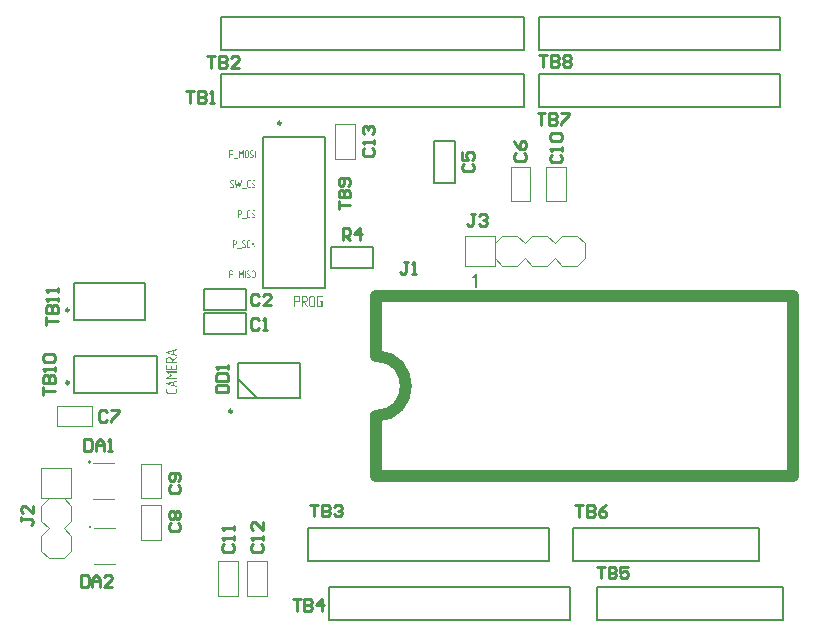
<source format=gto>
G04*
G04 #@! TF.GenerationSoftware,Altium Limited,Altium Designer,19.1.6 (110)*
G04*
G04 Layer_Color=65535*
%FSLAX43Y43*%
%MOMM*%
G71*
G01*
G75*
%ADD10C,0.250*%
%ADD11C,0.100*%
%ADD12C,1.016*%
%ADD13C,0.150*%
%ADD14C,0.200*%
%ADD15C,0.102*%
%ADD16C,0.254*%
G36*
X79327Y77821D02*
X79335Y77820D01*
X79344Y77818D01*
X79355Y77815D01*
X79366Y77812D01*
X79367D01*
X79371Y77811D01*
X79377Y77809D01*
X79384Y77806D01*
X79392Y77803D01*
X79402Y77799D01*
X79420Y77788D01*
X79421Y77787D01*
X79423Y77786D01*
X79426Y77784D01*
X79428Y77780D01*
X79429Y77779D01*
X79431Y77775D01*
X79434Y77770D01*
X79436Y77762D01*
Y77762D01*
Y77761D01*
X79435Y77755D01*
X79431Y77747D01*
X79429Y77743D01*
X79426Y77738D01*
X79424Y77737D01*
X79419Y77734D01*
X79411Y77730D01*
X79406Y77729D01*
X79401Y77728D01*
X79385Y77734D01*
X79383Y77735D01*
X79380Y77738D01*
X79372Y77741D01*
X79363Y77746D01*
X79352Y77750D01*
X79339Y77754D01*
X79325Y77757D01*
X79310Y77758D01*
X79237D01*
X79231Y77757D01*
X79222Y77755D01*
X79213Y77751D01*
X79203Y77748D01*
X79194Y77741D01*
X79184Y77733D01*
X79183Y77732D01*
X79181Y77728D01*
X79177Y77724D01*
X79173Y77716D01*
X79170Y77708D01*
X79166Y77698D01*
X79163Y77687D01*
X79162Y77674D01*
X79163Y77659D01*
X79165Y77651D01*
X79167Y77644D01*
Y77643D01*
X79168Y77642D01*
X79171Y77637D01*
X79177Y77628D01*
X79186Y77617D01*
X79392Y77407D01*
X79393Y77407D01*
X79395Y77405D01*
X79399Y77401D01*
X79404Y77396D01*
X79408Y77390D01*
X79413Y77382D01*
X79417Y77374D01*
X79422Y77365D01*
X79426Y77355D01*
X79431Y77335D01*
X79433Y77324D01*
Y77310D01*
Y77309D01*
Y77308D01*
Y77305D01*
X79432Y77300D01*
X79431Y77296D01*
X79430Y77290D01*
X79428Y77275D01*
X79422Y77260D01*
X79414Y77242D01*
X79408Y77234D01*
X79402Y77224D01*
X79394Y77215D01*
X79386Y77207D01*
X79384Y77205D01*
X79380Y77200D01*
X79371Y77194D01*
X79360Y77186D01*
X79346Y77178D01*
X79329Y77172D01*
X79309Y77167D01*
X79298Y77166D01*
X79286Y77165D01*
X79214D01*
X79209Y77166D01*
X79204D01*
X79198Y77167D01*
X79183Y77170D01*
X79167Y77174D01*
X79148Y77180D01*
X79129Y77188D01*
X79110Y77199D01*
X79100Y77211D01*
X79098Y77223D01*
Y77224D01*
Y77225D01*
X79098Y77231D01*
X79101Y77237D01*
X79106Y77246D01*
Y77247D01*
X79108Y77247D01*
X79112Y77252D01*
X79120Y77256D01*
X79124Y77257D01*
X79129Y77258D01*
X79145Y77252D01*
X79147Y77251D01*
X79151Y77248D01*
X79158Y77245D01*
X79167Y77241D01*
X79178Y77236D01*
X79191Y77233D01*
X79205Y77230D01*
X79219Y77229D01*
X79291D01*
X79297Y77230D01*
X79305Y77232D01*
X79314Y77235D01*
X79324Y77239D01*
X79334Y77245D01*
X79343Y77253D01*
X79344Y77254D01*
X79347Y77258D01*
X79352Y77262D01*
X79356Y77270D01*
X79360Y77278D01*
X79365Y77288D01*
X79367Y77298D01*
X79368Y77310D01*
X79367Y77325D01*
Y77326D01*
Y77327D01*
X79365Y77332D01*
Y77333D01*
X79364Y77334D01*
X79362Y77339D01*
Y77340D01*
X79361Y77342D01*
X79360Y77345D01*
X79358Y77348D01*
X79352Y77358D01*
X79343Y77369D01*
X79140Y77572D01*
X79139Y77573D01*
X79137Y77575D01*
X79134Y77579D01*
X79130Y77584D01*
X79125Y77591D01*
X79120Y77600D01*
X79113Y77609D01*
X79108Y77620D01*
Y77621D01*
X79106Y77625D01*
X79105Y77630D01*
X79103Y77637D01*
X79101Y77645D01*
X79099Y77654D01*
X79098Y77664D01*
X79098Y77676D01*
Y77676D01*
Y77678D01*
Y77681D01*
X79098Y77686D01*
X79099Y77690D01*
X79100Y77697D01*
X79103Y77711D01*
X79109Y77726D01*
X79118Y77744D01*
X79122Y77752D01*
X79129Y77762D01*
X79136Y77771D01*
X79145Y77779D01*
Y77780D01*
X79147Y77781D01*
X79151Y77786D01*
X79159Y77793D01*
X79171Y77800D01*
X79184Y77808D01*
X79201Y77815D01*
X79221Y77820D01*
X79232Y77822D01*
X79319D01*
X79327Y77821D01*
D02*
G37*
G36*
X78850Y77824D02*
X78857Y77821D01*
X78861Y77818D01*
X78865Y77814D01*
X78866Y77812D01*
X78869Y77808D01*
X78872Y77799D01*
X78874Y77789D01*
Y77197D01*
Y77196D01*
Y77194D01*
X78873Y77188D01*
X78870Y77181D01*
X78865Y77174D01*
X78863Y77173D01*
X78858Y77170D01*
X78850Y77166D01*
X78840Y77165D01*
X78840D01*
X78836Y77166D01*
X78828Y77168D01*
X78819Y77172D01*
X78817Y77174D01*
X78815Y77178D01*
X78811Y77186D01*
X78810Y77191D01*
X78809Y77197D01*
Y77700D01*
X78686Y77477D01*
X78685Y77476D01*
X78684Y77474D01*
X78681Y77471D01*
X78679Y77468D01*
X78669Y77462D01*
X78664Y77460D01*
X78657Y77459D01*
X78655D01*
X78652Y77460D01*
X78648Y77462D01*
X78644Y77464D01*
X78639Y77468D01*
X78634Y77472D01*
X78630Y77479D01*
X78509Y77700D01*
Y77197D01*
Y77196D01*
Y77194D01*
X78509Y77188D01*
X78505Y77180D01*
X78503Y77176D01*
X78499Y77173D01*
X78497Y77172D01*
X78493Y77169D01*
X78485Y77166D01*
X78476Y77165D01*
X78475D01*
X78472Y77166D01*
X78465Y77168D01*
X78456Y77171D01*
X78454Y77173D01*
X78450Y77177D01*
X78447Y77186D01*
X78446Y77191D01*
X78445Y77197D01*
Y77789D01*
Y77790D01*
Y77792D01*
Y77795D01*
X78446Y77799D01*
X78448Y77807D01*
X78452Y77815D01*
Y77816D01*
X78454Y77817D01*
X78458Y77821D01*
X78465Y77823D01*
X78470Y77825D01*
X78480D01*
X78485Y77823D01*
X78489Y77822D01*
X78490D01*
X78493Y77820D01*
X78495Y77818D01*
X78497Y77815D01*
X78500Y77811D01*
X78504Y77807D01*
X78658Y77547D01*
X78813Y77806D01*
X78814Y77807D01*
X78815Y77809D01*
X78817Y77812D01*
X78821Y77816D01*
X78830Y77823D01*
X78836Y77824D01*
X78842Y77825D01*
X78844D01*
X78850Y77824D01*
D02*
G37*
G36*
X79719Y77821D02*
X79724D01*
X79730Y77820D01*
X79744Y77816D01*
X79760Y77811D01*
X79778Y77803D01*
X79796Y77793D01*
X79804Y77786D01*
X79812Y77778D01*
X79813Y77777D01*
X79814Y77776D01*
X79820Y77771D01*
X79826Y77762D01*
X79834Y77750D01*
X79843Y77735D01*
X79850Y77717D01*
X79855Y77697D01*
X79856Y77687D01*
X79857Y77676D01*
Y77310D01*
Y77309D01*
Y77308D01*
Y77305D01*
X79856Y77300D01*
Y77296D01*
X79855Y77289D01*
X79851Y77275D01*
X79846Y77260D01*
X79838Y77242D01*
X79828Y77224D01*
X79821Y77216D01*
X79813Y77208D01*
X79812D01*
X79811Y77206D01*
X79809Y77204D01*
X79806Y77201D01*
X79796Y77194D01*
X79784Y77186D01*
X79769Y77179D01*
X79751Y77172D01*
X79731Y77167D01*
X79720Y77166D01*
X79709Y77165D01*
X79658D01*
X79654Y77166D01*
X79649D01*
X79643Y77167D01*
X79629Y77171D01*
X79613Y77175D01*
X79597Y77183D01*
X79579Y77193D01*
X79570Y77199D01*
X79562Y77207D01*
X79561Y77208D01*
X79560Y77209D01*
X79558Y77211D01*
X79555Y77214D01*
X79548Y77223D01*
X79539Y77235D01*
X79531Y77251D01*
X79525Y77269D01*
X79519Y77288D01*
X79518Y77299D01*
X79517Y77310D01*
Y77676D01*
Y77676D01*
Y77678D01*
Y77681D01*
X79518Y77686D01*
Y77690D01*
X79519Y77696D01*
X79523Y77710D01*
X79527Y77726D01*
X79535Y77743D01*
X79545Y77761D01*
X79551Y77769D01*
X79559Y77777D01*
X79560Y77778D01*
X79561Y77779D01*
X79563Y77781D01*
X79566Y77785D01*
X79576Y77791D01*
X79588Y77799D01*
X79603Y77808D01*
X79621Y77815D01*
X79641Y77820D01*
X79652Y77821D01*
X79663Y77822D01*
X79714D01*
X79719Y77821D01*
D02*
G37*
G36*
X78996D02*
X79003Y77818D01*
X79011Y77812D01*
X79012D01*
X79012Y77811D01*
X79016Y77807D01*
X79020Y77799D01*
X79022Y77795D01*
Y77789D01*
Y77197D01*
Y77196D01*
Y77194D01*
X79021Y77188D01*
X79018Y77181D01*
X79012Y77174D01*
X79011Y77173D01*
X79006Y77170D01*
X78998Y77166D01*
X78988Y77165D01*
X78987D01*
X78984Y77166D01*
X78977Y77168D01*
X78968Y77171D01*
X78966Y77173D01*
X78963Y77177D01*
X78959Y77186D01*
X78958Y77191D01*
X78957Y77197D01*
Y77789D01*
Y77790D01*
Y77791D01*
X78958Y77796D01*
X78961Y77803D01*
X78966Y77811D01*
Y77811D01*
X78968Y77812D01*
X78973Y77816D01*
X78979Y77820D01*
X78984Y77822D01*
X78990D01*
X78996Y77821D01*
D02*
G37*
G36*
X77855D02*
X77860D01*
X77866Y77820D01*
X77881Y77816D01*
X77897Y77811D01*
X77914Y77804D01*
X77932Y77793D01*
X77941Y77786D01*
X77949Y77779D01*
X77950Y77778D01*
X77953Y77775D01*
X77957Y77771D01*
X77961Y77765D01*
X77967Y77758D01*
X77972Y77750D01*
X77977Y77741D01*
X77982Y77732D01*
X77989Y77706D01*
X77992Y77689D01*
Y77676D01*
Y77584D01*
Y77583D01*
Y77581D01*
Y77578D01*
X77991Y77574D01*
Y77569D01*
X77990Y77563D01*
X77986Y77549D01*
X77982Y77532D01*
X77973Y77516D01*
X77963Y77498D01*
X77956Y77490D01*
X77948Y77481D01*
X77947D01*
X77946Y77480D01*
X77944Y77478D01*
X77941Y77475D01*
X77932Y77468D01*
X77920Y77460D01*
X77904Y77453D01*
X77886Y77445D01*
X77866Y77441D01*
X77855Y77440D01*
X77844Y77439D01*
X77717D01*
Y77197D01*
Y77196D01*
Y77194D01*
X77716Y77188D01*
X77713Y77181D01*
X77708Y77174D01*
X77706Y77173D01*
X77701Y77170D01*
X77693Y77166D01*
X77684Y77165D01*
X77683D01*
X77679Y77166D01*
X77673Y77168D01*
X77664Y77171D01*
X77662Y77173D01*
X77658Y77177D01*
X77654Y77186D01*
X77653Y77191D01*
X77652Y77197D01*
Y77789D01*
Y77791D01*
X77653Y77795D01*
X77654Y77799D01*
X77656Y77806D01*
X77660Y77811D01*
X77665Y77817D01*
X77674Y77821D01*
X77684Y77822D01*
X77850D01*
X77855Y77821D01*
D02*
G37*
G36*
X78411Y77075D02*
X78027D01*
Y77138D01*
X78411D01*
Y77075D01*
D02*
G37*
G36*
X79747Y82913D02*
X79756Y82912D01*
X79765Y82911D01*
X79775Y82908D01*
X79786Y82905D01*
X79788D01*
X79792Y82903D01*
X79797Y82901D01*
X79805Y82899D01*
X79813Y82896D01*
X79822Y82891D01*
X79841Y82881D01*
X79842Y82880D01*
X79844Y82879D01*
X79846Y82876D01*
X79849Y82873D01*
X79850Y82872D01*
X79852Y82868D01*
X79855Y82863D01*
X79857Y82855D01*
Y82854D01*
Y82853D01*
X79856Y82848D01*
X79852Y82839D01*
X79850Y82836D01*
X79846Y82831D01*
X79845Y82829D01*
X79840Y82826D01*
X79832Y82823D01*
X79827Y82822D01*
X79821Y82821D01*
X79806Y82826D01*
X79804Y82827D01*
X79800Y82830D01*
X79793Y82834D01*
X79784Y82839D01*
X79772Y82843D01*
X79759Y82847D01*
X79746Y82850D01*
X79731Y82851D01*
X79658D01*
X79651Y82850D01*
X79643Y82848D01*
X79634Y82844D01*
X79624Y82840D01*
X79614Y82834D01*
X79605Y82826D01*
X79604Y82825D01*
X79601Y82821D01*
X79598Y82816D01*
X79594Y82809D01*
X79590Y82801D01*
X79587Y82790D01*
X79584Y82779D01*
X79583Y82766D01*
X79584Y82752D01*
X79586Y82743D01*
X79588Y82737D01*
Y82736D01*
X79588Y82735D01*
X79592Y82729D01*
X79598Y82721D01*
X79607Y82710D01*
X79813Y82500D01*
X79814Y82499D01*
X79816Y82497D01*
X79820Y82494D01*
X79824Y82489D01*
X79829Y82483D01*
X79833Y82475D01*
X79838Y82467D01*
X79843Y82458D01*
X79846Y82447D01*
X79852Y82428D01*
X79854Y82417D01*
Y82403D01*
Y82402D01*
Y82400D01*
Y82398D01*
X79853Y82393D01*
X79852Y82388D01*
X79851Y82383D01*
X79848Y82368D01*
X79843Y82352D01*
X79834Y82335D01*
X79829Y82326D01*
X79822Y82317D01*
X79815Y82308D01*
X79807Y82300D01*
X79805Y82298D01*
X79800Y82293D01*
X79792Y82287D01*
X79781Y82279D01*
X79767Y82271D01*
X79749Y82264D01*
X79730Y82260D01*
X79719Y82259D01*
X79707Y82258D01*
X79635D01*
X79630Y82259D01*
X79625D01*
X79619Y82260D01*
X79604Y82263D01*
X79588Y82266D01*
X79569Y82273D01*
X79550Y82281D01*
X79531Y82292D01*
X79521Y82303D01*
X79518Y82316D01*
Y82317D01*
Y82318D01*
X79519Y82324D01*
X79522Y82330D01*
X79527Y82338D01*
Y82339D01*
X79528Y82340D01*
X79533Y82345D01*
X79540Y82349D01*
X79545Y82349D01*
X79550Y82350D01*
X79565Y82345D01*
X79567Y82344D01*
X79572Y82341D01*
X79578Y82337D01*
X79588Y82334D01*
X79599Y82329D01*
X79612Y82325D01*
X79625Y82323D01*
X79639Y82322D01*
X79711D01*
X79718Y82323D01*
X79725Y82324D01*
X79735Y82327D01*
X79745Y82332D01*
X79755Y82337D01*
X79764Y82346D01*
X79765Y82347D01*
X79768Y82350D01*
X79772Y82355D01*
X79777Y82362D01*
X79781Y82371D01*
X79785Y82381D01*
X79788Y82391D01*
X79789Y82403D01*
X79787Y82418D01*
Y82419D01*
Y82420D01*
X79785Y82424D01*
Y82425D01*
X79784Y82427D01*
X79783Y82432D01*
Y82433D01*
X79782Y82434D01*
X79781Y82437D01*
X79779Y82441D01*
X79772Y82450D01*
X79764Y82461D01*
X79561Y82665D01*
X79560Y82666D01*
X79558Y82667D01*
X79554Y82672D01*
X79551Y82677D01*
X79546Y82684D01*
X79540Y82692D01*
X79534Y82702D01*
X79528Y82713D01*
Y82714D01*
X79527Y82717D01*
X79526Y82723D01*
X79524Y82729D01*
X79522Y82738D01*
X79520Y82747D01*
X79519Y82757D01*
X79518Y82768D01*
Y82769D01*
Y82771D01*
Y82774D01*
X79519Y82778D01*
X79520Y82783D01*
X79521Y82790D01*
X79524Y82803D01*
X79529Y82819D01*
X79539Y82837D01*
X79543Y82845D01*
X79550Y82854D01*
X79557Y82863D01*
X79565Y82872D01*
Y82873D01*
X79567Y82874D01*
X79572Y82878D01*
X79580Y82886D01*
X79591Y82893D01*
X79605Y82900D01*
X79622Y82908D01*
X79642Y82912D01*
X79652Y82914D01*
X79740D01*
X79747Y82913D01*
D02*
G37*
G36*
X79413D02*
X79420Y82910D01*
X79425Y82908D01*
X79428Y82904D01*
X79429D01*
X79430Y82902D01*
X79434Y82898D01*
X79437Y82890D01*
X79439Y82887D01*
Y82882D01*
Y82881D01*
Y82880D01*
X79438Y82876D01*
X79435Y82868D01*
X79429Y82861D01*
X79428Y82859D01*
X79423Y82856D01*
X79416Y82852D01*
X79411Y82851D01*
X79405Y82851D01*
X79286D01*
X79280Y82850D01*
X79272Y82848D01*
X79263Y82845D01*
X79254Y82840D01*
X79244Y82835D01*
X79234Y82826D01*
X79233Y82826D01*
X79231Y82823D01*
X79227Y82817D01*
X79222Y82811D01*
X79218Y82802D01*
X79214Y82792D01*
X79211Y82781D01*
X79210Y82768D01*
Y82403D01*
Y82401D01*
Y82398D01*
X79211Y82391D01*
X79213Y82383D01*
X79216Y82373D01*
X79220Y82364D01*
X79226Y82354D01*
X79234Y82345D01*
X79235Y82344D01*
X79239Y82341D01*
X79244Y82337D01*
X79251Y82334D01*
X79259Y82329D01*
X79269Y82325D01*
X79280Y82323D01*
X79292Y82322D01*
X79407D01*
X79413Y82321D01*
X79420Y82317D01*
X79425Y82315D01*
X79428Y82312D01*
X79429D01*
X79430Y82310D01*
X79434Y82305D01*
X79437Y82298D01*
X79439Y82294D01*
Y82289D01*
Y82288D01*
Y82287D01*
X79438Y82283D01*
X79435Y82275D01*
X79429Y82268D01*
X79428Y82266D01*
X79423Y82263D01*
X79416Y82260D01*
X79411Y82259D01*
X79405Y82258D01*
X79286D01*
X79282Y82259D01*
X79277D01*
X79271Y82260D01*
X79257Y82263D01*
X79242Y82268D01*
X79224Y82275D01*
X79208Y82286D01*
X79198Y82292D01*
X79190Y82300D01*
X79189Y82300D01*
X79188Y82301D01*
X79186Y82304D01*
X79183Y82307D01*
X79176Y82316D01*
X79168Y82328D01*
X79159Y82344D01*
X79153Y82361D01*
X79147Y82381D01*
X79147Y82392D01*
X79146Y82403D01*
Y82768D01*
Y82769D01*
Y82771D01*
Y82774D01*
X79147Y82778D01*
Y82783D01*
X79147Y82789D01*
X79151Y82802D01*
X79156Y82819D01*
X79163Y82836D01*
X79173Y82853D01*
X79180Y82862D01*
X79187Y82870D01*
X79188Y82871D01*
X79189Y82872D01*
X79192Y82874D01*
X79195Y82877D01*
X79204Y82884D01*
X79216Y82892D01*
X79232Y82900D01*
X79249Y82908D01*
X79269Y82912D01*
X79281Y82913D01*
X79292Y82914D01*
X79407D01*
X79413Y82913D01*
D02*
G37*
G36*
X78556D02*
X78561D01*
X78567Y82912D01*
X78582Y82909D01*
X78597Y82904D01*
X78615Y82897D01*
X78632Y82886D01*
X78642Y82879D01*
X78650Y82872D01*
X78651Y82871D01*
X78654Y82868D01*
X78657Y82863D01*
X78662Y82858D01*
X78668Y82851D01*
X78673Y82843D01*
X78678Y82834D01*
X78682Y82825D01*
X78690Y82799D01*
X78693Y82782D01*
Y82768D01*
Y82677D01*
Y82676D01*
Y82674D01*
Y82671D01*
X78692Y82667D01*
Y82662D01*
X78691Y82655D01*
X78687Y82642D01*
X78682Y82625D01*
X78674Y82608D01*
X78664Y82591D01*
X78656Y82582D01*
X78649Y82574D01*
X78648D01*
X78647Y82572D01*
X78644Y82570D01*
X78642Y82568D01*
X78632Y82560D01*
X78620Y82553D01*
X78605Y82545D01*
X78587Y82538D01*
X78567Y82533D01*
X78556Y82532D01*
X78545Y82532D01*
X78418D01*
Y82289D01*
Y82288D01*
Y82287D01*
X78417Y82281D01*
X78414Y82274D01*
X78409Y82266D01*
X78407Y82265D01*
X78402Y82263D01*
X78394Y82259D01*
X78385Y82258D01*
X78384D01*
X78380Y82259D01*
X78374Y82261D01*
X78364Y82263D01*
X78362Y82265D01*
X78359Y82270D01*
X78355Y82278D01*
X78354Y82284D01*
X78353Y82289D01*
Y82882D01*
Y82884D01*
X78354Y82888D01*
X78355Y82892D01*
X78357Y82899D01*
X78361Y82904D01*
X78366Y82910D01*
X78374Y82913D01*
X78385Y82914D01*
X78551D01*
X78556Y82913D01*
D02*
G37*
G36*
X79111Y82167D02*
X78728D01*
Y82231D01*
X79111D01*
Y82167D01*
D02*
G37*
G36*
X79747Y85460D02*
X79756Y85459D01*
X79765Y85457D01*
X79775Y85454D01*
X79786Y85451D01*
X79788D01*
X79792Y85450D01*
X79797Y85448D01*
X79805Y85445D01*
X79813Y85442D01*
X79822Y85438D01*
X79841Y85427D01*
X79842Y85426D01*
X79844Y85426D01*
X79846Y85423D01*
X79849Y85419D01*
X79850Y85418D01*
X79852Y85414D01*
X79855Y85409D01*
X79857Y85402D01*
Y85401D01*
Y85400D01*
X79856Y85394D01*
X79852Y85386D01*
X79850Y85382D01*
X79846Y85377D01*
X79845Y85376D01*
X79840Y85373D01*
X79832Y85369D01*
X79827Y85368D01*
X79821Y85367D01*
X79806Y85373D01*
X79804Y85374D01*
X79800Y85377D01*
X79793Y85380D01*
X79784Y85385D01*
X79772Y85390D01*
X79759Y85393D01*
X79746Y85396D01*
X79731Y85397D01*
X79658D01*
X79651Y85396D01*
X79643Y85394D01*
X79634Y85390D01*
X79624Y85387D01*
X79614Y85380D01*
X79605Y85372D01*
X79604Y85371D01*
X79601Y85367D01*
X79598Y85363D01*
X79594Y85355D01*
X79590Y85347D01*
X79587Y85337D01*
X79584Y85326D01*
X79583Y85313D01*
X79584Y85298D01*
X79586Y85290D01*
X79588Y85283D01*
Y85282D01*
X79588Y85281D01*
X79592Y85276D01*
X79598Y85267D01*
X79607Y85256D01*
X79813Y85046D01*
X79814Y85046D01*
X79816Y85044D01*
X79820Y85040D01*
X79824Y85035D01*
X79829Y85029D01*
X79833Y85022D01*
X79838Y85013D01*
X79843Y85004D01*
X79846Y84994D01*
X79852Y84974D01*
X79854Y84963D01*
Y84949D01*
Y84948D01*
Y84947D01*
Y84944D01*
X79853Y84939D01*
X79852Y84935D01*
X79851Y84929D01*
X79848Y84914D01*
X79843Y84899D01*
X79834Y84881D01*
X79829Y84873D01*
X79822Y84863D01*
X79815Y84854D01*
X79807Y84846D01*
X79805Y84844D01*
X79800Y84839D01*
X79792Y84833D01*
X79781Y84826D01*
X79767Y84817D01*
X79749Y84811D01*
X79730Y84806D01*
X79719Y84805D01*
X79707Y84804D01*
X79635D01*
X79630Y84805D01*
X79625D01*
X79619Y84806D01*
X79604Y84809D01*
X79588Y84813D01*
X79569Y84819D01*
X79550Y84827D01*
X79531Y84838D01*
X79521Y84850D01*
X79518Y84863D01*
Y84863D01*
Y84864D01*
X79519Y84870D01*
X79522Y84876D01*
X79527Y84885D01*
Y84886D01*
X79528Y84887D01*
X79533Y84891D01*
X79540Y84895D01*
X79545Y84896D01*
X79550Y84897D01*
X79565Y84891D01*
X79567Y84890D01*
X79572Y84887D01*
X79578Y84884D01*
X79588Y84880D01*
X79599Y84875D01*
X79612Y84872D01*
X79625Y84869D01*
X79639Y84868D01*
X79711D01*
X79718Y84869D01*
X79725Y84871D01*
X79735Y84874D01*
X79745Y84878D01*
X79755Y84884D01*
X79764Y84892D01*
X79765Y84893D01*
X79768Y84897D01*
X79772Y84901D01*
X79777Y84909D01*
X79781Y84917D01*
X79785Y84927D01*
X79788Y84937D01*
X79789Y84949D01*
X79787Y84964D01*
Y84965D01*
Y84966D01*
X79785Y84971D01*
Y84972D01*
X79784Y84973D01*
X79783Y84978D01*
Y84979D01*
X79782Y84981D01*
X79781Y84984D01*
X79779Y84987D01*
X79772Y84997D01*
X79764Y85008D01*
X79561Y85211D01*
X79560Y85212D01*
X79558Y85214D01*
X79554Y85218D01*
X79551Y85223D01*
X79546Y85230D01*
X79540Y85239D01*
X79534Y85248D01*
X79528Y85259D01*
Y85260D01*
X79527Y85264D01*
X79526Y85269D01*
X79524Y85276D01*
X79522Y85284D01*
X79520Y85293D01*
X79519Y85304D01*
X79518Y85315D01*
Y85316D01*
Y85317D01*
Y85320D01*
X79519Y85325D01*
X79520Y85329D01*
X79521Y85336D01*
X79524Y85350D01*
X79529Y85365D01*
X79539Y85383D01*
X79543Y85391D01*
X79550Y85401D01*
X79557Y85410D01*
X79565Y85418D01*
Y85419D01*
X79567Y85420D01*
X79572Y85425D01*
X79580Y85432D01*
X79591Y85439D01*
X79605Y85447D01*
X79622Y85454D01*
X79642Y85459D01*
X79652Y85461D01*
X79740D01*
X79747Y85460D01*
D02*
G37*
G36*
X77931D02*
X77939Y85459D01*
X77948Y85457D01*
X77958Y85454D01*
X77970Y85451D01*
X77971D01*
X77975Y85450D01*
X77981Y85448D01*
X77988Y85445D01*
X77996Y85442D01*
X78006Y85438D01*
X78024Y85427D01*
X78025Y85426D01*
X78027Y85426D01*
X78030Y85423D01*
X78032Y85419D01*
X78033Y85418D01*
X78035Y85414D01*
X78038Y85409D01*
X78040Y85402D01*
Y85401D01*
Y85400D01*
X78039Y85394D01*
X78035Y85386D01*
X78033Y85382D01*
X78030Y85377D01*
X78028Y85376D01*
X78023Y85373D01*
X78015Y85369D01*
X78010Y85368D01*
X78005Y85367D01*
X77989Y85373D01*
X77987Y85374D01*
X77983Y85377D01*
X77976Y85380D01*
X77967Y85385D01*
X77956Y85390D01*
X77943Y85393D01*
X77929Y85396D01*
X77914Y85397D01*
X77841D01*
X77835Y85396D01*
X77826Y85394D01*
X77817Y85390D01*
X77807Y85387D01*
X77798Y85380D01*
X77788Y85372D01*
X77787Y85371D01*
X77785Y85367D01*
X77781Y85363D01*
X77777Y85355D01*
X77774Y85347D01*
X77770Y85337D01*
X77767Y85326D01*
X77766Y85313D01*
X77767Y85298D01*
X77769Y85290D01*
X77771Y85283D01*
Y85282D01*
X77772Y85281D01*
X77775Y85276D01*
X77781Y85267D01*
X77790Y85256D01*
X77996Y85046D01*
X77997Y85046D01*
X77999Y85044D01*
X78003Y85040D01*
X78007Y85035D01*
X78012Y85029D01*
X78017Y85022D01*
X78021Y85013D01*
X78026Y85004D01*
X78030Y84994D01*
X78035Y84974D01*
X78037Y84963D01*
Y84949D01*
Y84948D01*
Y84947D01*
Y84944D01*
X78036Y84939D01*
X78035Y84935D01*
X78034Y84929D01*
X78031Y84914D01*
X78026Y84899D01*
X78018Y84881D01*
X78012Y84873D01*
X78006Y84863D01*
X77998Y84854D01*
X77990Y84846D01*
X77988Y84844D01*
X77983Y84839D01*
X77975Y84833D01*
X77964Y84826D01*
X77950Y84817D01*
X77933Y84811D01*
X77913Y84806D01*
X77902Y84805D01*
X77890Y84804D01*
X77818D01*
X77813Y84805D01*
X77808D01*
X77802Y84806D01*
X77787Y84809D01*
X77771Y84813D01*
X77752Y84819D01*
X77733Y84827D01*
X77714Y84838D01*
X77704Y84850D01*
X77701Y84863D01*
Y84863D01*
Y84864D01*
X77702Y84870D01*
X77705Y84876D01*
X77710Y84885D01*
Y84886D01*
X77712Y84887D01*
X77716Y84891D01*
X77724Y84895D01*
X77728Y84896D01*
X77733Y84897D01*
X77749Y84891D01*
X77750Y84890D01*
X77755Y84887D01*
X77762Y84884D01*
X77771Y84880D01*
X77782Y84875D01*
X77795Y84872D01*
X77809Y84869D01*
X77823Y84868D01*
X77895D01*
X77901Y84869D01*
X77909Y84871D01*
X77918Y84874D01*
X77928Y84878D01*
X77938Y84884D01*
X77947Y84892D01*
X77948Y84893D01*
X77951Y84897D01*
X77956Y84901D01*
X77960Y84909D01*
X77964Y84917D01*
X77969Y84927D01*
X77971Y84937D01*
X77972Y84949D01*
X77970Y84964D01*
Y84965D01*
Y84966D01*
X77969Y84971D01*
Y84972D01*
X77968Y84973D01*
X77966Y84978D01*
Y84979D01*
X77965Y84981D01*
X77964Y84984D01*
X77962Y84987D01*
X77956Y84997D01*
X77947Y85008D01*
X77744Y85211D01*
X77743Y85212D01*
X77741Y85214D01*
X77737Y85218D01*
X77734Y85223D01*
X77729Y85230D01*
X77724Y85239D01*
X77717Y85248D01*
X77712Y85259D01*
Y85260D01*
X77710Y85264D01*
X77709Y85269D01*
X77707Y85276D01*
X77705Y85284D01*
X77703Y85293D01*
X77702Y85304D01*
X77701Y85315D01*
Y85316D01*
Y85317D01*
Y85320D01*
X77702Y85325D01*
X77703Y85329D01*
X77704Y85336D01*
X77707Y85350D01*
X77713Y85365D01*
X77722Y85383D01*
X77726Y85391D01*
X77733Y85401D01*
X77740Y85410D01*
X77749Y85418D01*
Y85419D01*
X77750Y85420D01*
X77755Y85425D01*
X77763Y85432D01*
X77774Y85439D01*
X77788Y85447D01*
X77805Y85454D01*
X77825Y85459D01*
X77835Y85461D01*
X77923D01*
X77931Y85460D01*
D02*
G37*
G36*
X78661D02*
X78669Y85457D01*
X78677Y85451D01*
X78678D01*
X78679Y85450D01*
X78682Y85446D01*
X78685Y85439D01*
X78687Y85435D01*
Y85430D01*
X78686Y85423D01*
X78572Y84835D01*
Y84834D01*
Y84833D01*
X78571Y84827D01*
X78568Y84820D01*
X78562Y84813D01*
X78561Y84813D01*
X78557Y84810D01*
X78550Y84806D01*
X78542Y84804D01*
X78538D01*
X78534Y84805D01*
X78529Y84807D01*
X78524Y84810D01*
X78519Y84813D01*
X78514Y84819D01*
X78510Y84826D01*
X78404Y85169D01*
X78298Y84827D01*
Y84826D01*
X78296Y84824D01*
X78294Y84820D01*
X78290Y84816D01*
X78287Y84812D01*
X78281Y84808D01*
X78275Y84805D01*
X78266Y84804D01*
X78265D01*
X78262Y84805D01*
X78256Y84807D01*
X78252Y84809D01*
X78246Y84812D01*
X78236Y84832D01*
X78121Y85423D01*
X78120Y85428D01*
Y85429D01*
Y85430D01*
X78121Y85435D01*
X78124Y85442D01*
X78130Y85450D01*
X78130Y85451D01*
X78131Y85451D01*
X78136Y85455D01*
X78143Y85459D01*
X78148Y85461D01*
X78157D01*
X78161Y85460D01*
X78166Y85458D01*
X78172Y85454D01*
X78177Y85451D01*
X78181Y85444D01*
X78184Y85436D01*
X78276Y84938D01*
X78374Y85263D01*
Y85264D01*
X78376Y85267D01*
X78378Y85270D01*
X78381Y85275D01*
X78385Y85279D01*
X78389Y85283D01*
X78396Y85286D01*
X78403Y85287D01*
X78406D01*
X78410Y85286D01*
X78413Y85284D01*
X78418Y85280D01*
X78424Y85276D01*
X78429Y85269D01*
X78435Y85261D01*
X78532Y84938D01*
X78622Y85432D01*
Y85433D01*
X78623Y85435D01*
X78624Y85440D01*
X78628Y85447D01*
X78633Y85453D01*
X78635Y85454D01*
X78639Y85457D01*
X78645Y85460D01*
X78653Y85461D01*
X78656D01*
X78661Y85460D01*
D02*
G37*
G36*
X79413D02*
X79420Y85456D01*
X79425Y85454D01*
X79428Y85451D01*
X79429D01*
X79430Y85449D01*
X79434Y85444D01*
X79437Y85437D01*
X79439Y85433D01*
Y85428D01*
Y85427D01*
Y85426D01*
X79438Y85422D01*
X79435Y85414D01*
X79429Y85407D01*
X79428Y85405D01*
X79423Y85402D01*
X79416Y85399D01*
X79411Y85398D01*
X79405Y85397D01*
X79286D01*
X79280Y85396D01*
X79272Y85394D01*
X79263Y85391D01*
X79254Y85387D01*
X79244Y85381D01*
X79234Y85373D01*
X79233Y85372D01*
X79231Y85369D01*
X79227Y85364D01*
X79222Y85357D01*
X79218Y85349D01*
X79214Y85339D01*
X79211Y85328D01*
X79210Y85315D01*
Y84949D01*
Y84948D01*
Y84944D01*
X79211Y84937D01*
X79213Y84929D01*
X79216Y84920D01*
X79220Y84911D01*
X79226Y84900D01*
X79234Y84891D01*
X79235Y84890D01*
X79239Y84887D01*
X79244Y84884D01*
X79251Y84880D01*
X79259Y84875D01*
X79269Y84872D01*
X79280Y84869D01*
X79292Y84868D01*
X79407D01*
X79413Y84867D01*
X79420Y84863D01*
X79425Y84862D01*
X79428Y84858D01*
X79429D01*
X79430Y84856D01*
X79434Y84851D01*
X79437Y84844D01*
X79439Y84840D01*
Y84836D01*
Y84835D01*
Y84834D01*
X79438Y84829D01*
X79435Y84822D01*
X79429Y84814D01*
X79428Y84813D01*
X79423Y84810D01*
X79416Y84806D01*
X79411Y84805D01*
X79405Y84804D01*
X79286D01*
X79282Y84805D01*
X79277D01*
X79271Y84806D01*
X79257Y84810D01*
X79242Y84814D01*
X79224Y84822D01*
X79208Y84832D01*
X79198Y84838D01*
X79190Y84846D01*
X79189Y84847D01*
X79188Y84848D01*
X79186Y84850D01*
X79183Y84853D01*
X79176Y84863D01*
X79168Y84875D01*
X79159Y84890D01*
X79153Y84908D01*
X79147Y84927D01*
X79147Y84938D01*
X79146Y84949D01*
Y85315D01*
Y85316D01*
Y85317D01*
Y85320D01*
X79147Y85325D01*
Y85329D01*
X79147Y85335D01*
X79151Y85349D01*
X79156Y85365D01*
X79163Y85382D01*
X79173Y85400D01*
X79180Y85408D01*
X79187Y85416D01*
X79188Y85417D01*
X79189Y85418D01*
X79192Y85420D01*
X79195Y85424D01*
X79204Y85430D01*
X79216Y85438D01*
X79232Y85447D01*
X79249Y85454D01*
X79269Y85459D01*
X79281Y85460D01*
X79292Y85461D01*
X79407D01*
X79413Y85460D01*
D02*
G37*
G36*
X79111Y84714D02*
X78728D01*
Y84777D01*
X79111D01*
Y84714D01*
D02*
G37*
G36*
X98548Y77568D02*
X98563Y77563D01*
X98572Y77555D01*
X98582Y77548D01*
X98583Y77546D01*
X98585Y77544D01*
X98589Y77539D01*
X98593Y77531D01*
X98598Y77511D01*
X98602Y77498D01*
Y77485D01*
Y76381D01*
Y76379D01*
Y76376D01*
X98600Y76368D01*
Y76361D01*
X98593Y76340D01*
X98587Y76331D01*
X98580Y76322D01*
X98578D01*
X98576Y76318D01*
X98570Y76316D01*
X98563Y76313D01*
X98545Y76305D01*
X98535Y76303D01*
X98522Y76302D01*
X98517D01*
X98511Y76303D01*
X98502D01*
X98483Y76309D01*
X98465Y76320D01*
Y76322D01*
X98461Y76324D01*
X98457Y76329D01*
X98454Y76335D01*
X98450Y76344D01*
X98446Y76355D01*
X98445Y76366D01*
X98443Y76381D01*
Y77318D01*
X98332Y77181D01*
X98330D01*
X98328Y77177D01*
X98322Y77174D01*
X98315Y77170D01*
X98298Y77163D01*
X98287Y77161D01*
X98276Y77159D01*
X98270D01*
X98265Y77161D01*
X98257Y77163D01*
X98241Y77168D01*
X98230Y77174D01*
X98220Y77181D01*
X98219Y77183D01*
X98217Y77185D01*
X98213Y77190D01*
X98209Y77198D01*
X98200Y77216D01*
X98198Y77227D01*
X98196Y77239D01*
Y77240D01*
Y77244D01*
X98198Y77250D01*
X98200Y77255D01*
X98206Y77274D01*
X98211Y77283D01*
X98219Y77292D01*
X98465Y77539D01*
X98467Y77540D01*
X98474Y77546D01*
X98483Y77553D01*
X98495Y77561D01*
X98498Y77563D01*
X98506Y77566D01*
X98519Y77570D01*
X98533Y77572D01*
X98537D01*
X98548Y77568D01*
D02*
G37*
G36*
X73215Y71162D02*
X73226Y71157D01*
X73232Y71154D01*
X73239Y71149D01*
X73240Y71146D01*
X73244Y71139D01*
X73249Y71128D01*
X73250Y71114D01*
Y71111D01*
X73249Y71104D01*
X73247Y71096D01*
X73243Y71086D01*
X73242Y71085D01*
X73238Y71079D01*
X73229Y71074D01*
X73219Y71070D01*
X72977Y71004D01*
Y70748D01*
X73213Y70684D01*
X73214D01*
X73215D01*
X73222Y70681D01*
X73232Y70676D01*
X73240Y70667D01*
X73242Y70665D01*
X73244Y70659D01*
X73249Y70649D01*
X73250Y70637D01*
Y70634D01*
X73249Y70626D01*
X73244Y70615D01*
X73238Y70602D01*
X73235Y70599D01*
X73228Y70595D01*
X73217Y70591D01*
X73201Y70588D01*
X73192Y70590D01*
X72307Y70830D01*
X72306D01*
X72300Y70832D01*
X72293Y70835D01*
X72286Y70839D01*
X72278Y70846D01*
X72272Y70853D01*
X72267Y70863D01*
X72265Y70875D01*
Y70881D01*
X72268Y70888D01*
X72271Y70895D01*
X72275Y70903D01*
X72283Y70910D01*
X72293Y70917D01*
X72307Y70923D01*
X73192Y71162D01*
X73204Y71164D01*
X73206D01*
X73207D01*
X73215Y71162D01*
D02*
G37*
G36*
Y70468D02*
X73226Y70462D01*
X73232Y70458D01*
X73239Y70452D01*
X73240Y70450D01*
X73244Y70443D01*
X73249Y70432D01*
X73250Y70418D01*
Y70411D01*
X73249Y70402D01*
X73246Y70394D01*
X73244Y70393D01*
X73240Y70389D01*
X73235Y70383D01*
X73225Y70376D01*
X72840Y70151D01*
Y70057D01*
X73203D01*
X73204D01*
X73207D01*
X73215Y70056D01*
X73226Y70052D01*
X73238Y70043D01*
X73239Y70041D01*
X73243Y70034D01*
X73249Y70021D01*
X73250Y70007D01*
Y70006D01*
X73249Y70000D01*
X73246Y69991D01*
X73242Y69977D01*
X73239Y69974D01*
X73232Y69968D01*
X73219Y69963D01*
X73211Y69961D01*
X73203Y69960D01*
X72314D01*
X72311D01*
X72306Y69961D01*
X72299Y69963D01*
X72289Y69966D01*
X72281Y69971D01*
X72272Y69979D01*
X72267Y69992D01*
X72265Y70007D01*
Y70255D01*
X72267Y70262D01*
Y70271D01*
X72268Y70279D01*
X72274Y70300D01*
X72281Y70325D01*
X72293Y70351D01*
X72308Y70378D01*
X72319Y70390D01*
X72331Y70402D01*
X72332Y70404D01*
X72333Y70405D01*
X72342Y70414D01*
X72355Y70423D01*
X72374Y70436D01*
X72396Y70448D01*
X72422Y70459D01*
X72453Y70466D01*
X72468Y70468D01*
X72484Y70469D01*
X72622D01*
X72623D01*
X72626D01*
X72630D01*
X72637Y70468D01*
X72644D01*
X72654Y70466D01*
X72674Y70461D01*
X72699Y70454D01*
X72724Y70441D01*
X72751Y70426D01*
X72763Y70415D01*
X72776Y70404D01*
Y70402D01*
X72778Y70401D01*
X72781Y70397D01*
X72785Y70393D01*
X72797Y70379D01*
X72808Y70361D01*
X72819Y70337D01*
X72830Y70311D01*
X72837Y70280D01*
X72838Y70264D01*
X72840Y70247D01*
Y70254D01*
X73182Y70463D01*
X73183Y70465D01*
X73188Y70466D01*
X73195Y70468D01*
X73204Y70469D01*
X73206D01*
X73207D01*
X73215Y70468D01*
D02*
G37*
G36*
X73213Y69839D02*
X73224Y69835D01*
X73235Y69828D01*
X73238Y69826D01*
X73242Y69819D01*
X73247Y69808D01*
X73249Y69801D01*
X73250Y69792D01*
Y69448D01*
X73249Y69443D01*
X73247Y69434D01*
X73244Y69426D01*
X73239Y69418D01*
X73231Y69410D01*
X73218Y69404D01*
X73203Y69403D01*
X72314D01*
X72311D01*
X72306Y69404D01*
X72299Y69405D01*
X72289Y69408D01*
X72281Y69414D01*
X72272Y69422D01*
X72267Y69434D01*
X72265Y69450D01*
Y69795D01*
X72267Y69803D01*
X72272Y69814D01*
X72275Y69820D01*
X72281Y69826D01*
Y69827D01*
X72283Y69828D01*
X72290Y69834D01*
X72301Y69838D01*
X72307Y69841D01*
X72314D01*
X72315D01*
X72317D01*
X72324Y69839D01*
X72335Y69835D01*
X72346Y69828D01*
X72349Y69826D01*
X72353Y69819D01*
X72358Y69808D01*
X72360Y69801D01*
X72361Y69792D01*
Y69500D01*
X72677D01*
Y69658D01*
X72679Y69666D01*
X72684Y69677D01*
X72687Y69683D01*
X72692Y69688D01*
Y69690D01*
X72695Y69691D01*
X72702Y69697D01*
X72713Y69702D01*
X72719Y69705D01*
X72726D01*
X72727D01*
X72729D01*
X72735Y69704D01*
X72747Y69699D01*
X72758Y69691D01*
X72760Y69688D01*
X72765Y69681D01*
X72770Y69670D01*
X72772Y69663D01*
X72773Y69655D01*
Y69500D01*
X73154D01*
Y69795D01*
X73156Y69803D01*
X73161Y69814D01*
X73164Y69820D01*
X73170Y69826D01*
Y69827D01*
X73172Y69828D01*
X73179Y69834D01*
X73190Y69838D01*
X73196Y69841D01*
X73203D01*
X73204D01*
X73206D01*
X73213Y69839D01*
D02*
G37*
G36*
X73215Y69275D02*
X73226Y69271D01*
X73238Y69262D01*
X73239Y69260D01*
X73243Y69253D01*
X73249Y69240D01*
X73250Y69226D01*
Y69225D01*
X73249Y69219D01*
X73246Y69208D01*
X73240Y69195D01*
X73238Y69192D01*
X73231Y69188D01*
X73219Y69182D01*
X73211Y69181D01*
X73203Y69179D01*
X72448D01*
X72783Y68995D01*
X72784Y68993D01*
X72787Y68992D01*
X72791Y68988D01*
X72795Y68984D01*
X72805Y68970D01*
X72808Y68962D01*
X72809Y68952D01*
Y68948D01*
X72808Y68944D01*
X72805Y68938D01*
X72802Y68931D01*
X72797Y68924D01*
X72790Y68917D01*
X72780Y68910D01*
X72448Y68730D01*
X73203D01*
X73204D01*
X73207D01*
X73215Y68729D01*
X73228Y68723D01*
X73233Y68720D01*
X73239Y68715D01*
X73240Y68712D01*
X73244Y68705D01*
X73249Y68694D01*
X73250Y68680D01*
Y68679D01*
X73249Y68673D01*
X73246Y68663D01*
X73242Y68650D01*
X73239Y68647D01*
X73232Y68641D01*
X73219Y68636D01*
X73211Y68634D01*
X73203Y68633D01*
X72314D01*
X72312D01*
X72310D01*
X72306D01*
X72300Y68634D01*
X72288Y68637D01*
X72275Y68644D01*
X72274D01*
X72272Y68647D01*
X72267Y68652D01*
X72263Y68663D01*
X72260Y68670D01*
Y68686D01*
X72263Y68692D01*
X72265Y68699D01*
Y68701D01*
X72268Y68705D01*
X72271Y68708D01*
X72275Y68711D01*
X72281Y68716D01*
X72288Y68722D01*
X72677Y68953D01*
X72289Y69185D01*
X72288Y69186D01*
X72285Y69188D01*
X72279Y69192D01*
X72274Y69197D01*
X72264Y69211D01*
X72261Y69219D01*
X72260Y69229D01*
Y69232D01*
X72261Y69240D01*
X72267Y69251D01*
X72271Y69257D01*
X72276Y69262D01*
X72279Y69265D01*
X72286Y69269D01*
X72299Y69274D01*
X72314Y69276D01*
X73203D01*
X73204D01*
X73207D01*
X73215Y69275D01*
D02*
G37*
G36*
Y68507D02*
X73226Y68501D01*
X73232Y68498D01*
X73239Y68493D01*
X73240Y68490D01*
X73244Y68483D01*
X73249Y68472D01*
X73250Y68458D01*
Y68455D01*
X73249Y68448D01*
X73247Y68440D01*
X73243Y68430D01*
X73242Y68429D01*
X73238Y68423D01*
X73229Y68418D01*
X73219Y68414D01*
X72977Y68349D01*
Y68092D01*
X73213Y68028D01*
X73214D01*
X73215D01*
X73222Y68025D01*
X73232Y68020D01*
X73240Y68012D01*
X73242Y68009D01*
X73244Y68003D01*
X73249Y67994D01*
X73250Y67981D01*
Y67978D01*
X73249Y67970D01*
X73244Y67959D01*
X73238Y67946D01*
X73235Y67944D01*
X73228Y67939D01*
X73217Y67935D01*
X73201Y67933D01*
X73192Y67934D01*
X72307Y68174D01*
X72306D01*
X72300Y68177D01*
X72293Y68179D01*
X72286Y68184D01*
X72278Y68190D01*
X72272Y68197D01*
X72267Y68207D01*
X72265Y68220D01*
Y68225D01*
X72268Y68232D01*
X72271Y68239D01*
X72275Y68247D01*
X72283Y68254D01*
X72293Y68261D01*
X72307Y68267D01*
X73192Y68507D01*
X73204Y68508D01*
X73206D01*
X73207D01*
X73215Y68507D01*
D02*
G37*
G36*
X73213Y67813D02*
X73224Y67809D01*
X73235Y67801D01*
X73238Y67798D01*
X73242Y67791D01*
X73247Y67780D01*
X73249Y67773D01*
X73250Y67765D01*
Y67586D01*
X73249Y67580D01*
Y67572D01*
X73247Y67564D01*
X73242Y67543D01*
X73235Y67519D01*
X73224Y67493D01*
X73208Y67468D01*
X73199Y67454D01*
X73188Y67442D01*
X73186Y67440D01*
X73185Y67439D01*
X73181Y67436D01*
X73176Y67432D01*
X73163Y67421D01*
X73145Y67408D01*
X73121Y67396D01*
X73095Y67386D01*
X73066Y67378D01*
X73049Y67376D01*
X73032Y67375D01*
X72484D01*
X72483D01*
X72480D01*
X72476D01*
X72469Y67376D01*
X72462D01*
X72454Y67378D01*
X72433Y67383D01*
X72408Y67390D01*
X72383Y67401D01*
X72357Y67417D01*
X72344Y67426D01*
X72332Y67437D01*
X72331Y67439D01*
X72329Y67440D01*
X72326Y67444D01*
X72321Y67449D01*
X72311Y67462D01*
X72299Y67480D01*
X72286Y67504D01*
X72275Y67530D01*
X72268Y67561D01*
X72267Y67577D01*
X72265Y67594D01*
Y67767D01*
X72267Y67776D01*
X72272Y67787D01*
X72275Y67794D01*
X72281Y67799D01*
Y67801D01*
X72283Y67802D01*
X72290Y67808D01*
X72301Y67812D01*
X72307Y67815D01*
X72314D01*
X72315D01*
X72317D01*
X72324Y67813D01*
X72335Y67809D01*
X72346Y67801D01*
X72349Y67798D01*
X72353Y67791D01*
X72358Y67780D01*
X72360Y67773D01*
X72361Y67765D01*
Y67586D01*
X72362Y67576D01*
X72365Y67565D01*
X72369Y67551D01*
X72376Y67537D01*
X72385Y67522D01*
X72397Y67508D01*
X72398Y67507D01*
X72403Y67503D01*
X72411Y67497D01*
X72421Y67490D01*
X72433Y67483D01*
X72448Y67478D01*
X72465Y67473D01*
X72484Y67472D01*
X73032D01*
X73035D01*
X73041D01*
X73050Y67473D01*
X73063Y67476D01*
X73077Y67480D01*
X73091Y67487D01*
X73106Y67496D01*
X73120Y67508D01*
X73121Y67510D01*
X73125Y67515D01*
X73131Y67522D01*
X73136Y67533D01*
X73143Y67546D01*
X73149Y67559D01*
X73153Y67576D01*
X73154Y67594D01*
Y67767D01*
X73156Y67776D01*
X73161Y67787D01*
X73164Y67794D01*
X73170Y67799D01*
Y67801D01*
X73172Y67802D01*
X73179Y67808D01*
X73190Y67812D01*
X73196Y67815D01*
X73203D01*
X73204D01*
X73206D01*
X73213Y67813D01*
D02*
G37*
G36*
X85496Y75685D02*
X85507Y75680D01*
X85513Y75677D01*
X85518Y75672D01*
X85520D01*
X85521Y75669D01*
X85527Y75662D01*
X85532Y75651D01*
X85535Y75645D01*
Y75638D01*
Y75637D01*
Y75636D01*
X85533Y75629D01*
X85529Y75618D01*
X85521Y75606D01*
X85518Y75604D01*
X85511Y75599D01*
X85500Y75594D01*
X85493Y75593D01*
X85485Y75591D01*
X85237D01*
X85227Y75590D01*
X85216Y75587D01*
X85202Y75583D01*
X85188Y75576D01*
X85173Y75568D01*
X85159Y75555D01*
X85158Y75554D01*
X85153Y75548D01*
X85148Y75541D01*
X85142Y75530D01*
X85135Y75518D01*
X85130Y75502D01*
X85126Y75486D01*
X85124Y75468D01*
Y74920D01*
Y74917D01*
Y74912D01*
X85126Y74902D01*
X85129Y74891D01*
X85133Y74877D01*
X85140Y74863D01*
X85148Y74848D01*
X85160Y74834D01*
X85162Y74833D01*
X85167Y74828D01*
X85174Y74823D01*
X85185Y74816D01*
X85198Y74809D01*
X85212Y74803D01*
X85228Y74799D01*
X85245Y74798D01*
X85438D01*
Y75179D01*
X85345D01*
X85337Y75181D01*
X85325Y75185D01*
X85314Y75192D01*
Y75193D01*
X85313Y75195D01*
X85309Y75201D01*
X85303Y75213D01*
X85302Y75226D01*
Y75228D01*
X85303Y75235D01*
X85306Y75243D01*
X85313Y75256D01*
Y75257D01*
X85316Y75258D01*
X85321Y75265D01*
X85332Y75272D01*
X85341Y75274D01*
X85349Y75275D01*
X85488D01*
X85493Y75274D01*
X85500Y75272D01*
X85510Y75269D01*
X85520Y75262D01*
X85527Y75254D01*
X85532Y75243D01*
X85535Y75226D01*
Y74749D01*
Y74748D01*
X85533Y74742D01*
X85532Y74734D01*
X85529Y74726D01*
X85522Y74717D01*
X85514Y74709D01*
X85502Y74704D01*
X85485Y74702D01*
X85237D01*
X85231Y74704D01*
X85215Y74705D01*
X85195Y74711D01*
X85172Y74717D01*
X85147Y74729D01*
X85120Y74744D01*
X85106Y74754D01*
X85094Y74765D01*
X85092Y74766D01*
X85091Y74767D01*
X85088Y74772D01*
X85084Y74776D01*
X85073Y74790D01*
X85061Y74808D01*
X85048Y74831D01*
X85038Y74858D01*
X85030Y74887D01*
X85029Y74903D01*
X85027Y74920D01*
Y75468D01*
Y75469D01*
Y75472D01*
Y75476D01*
X85029Y75483D01*
Y75490D01*
X85030Y75498D01*
X85036Y75519D01*
X85043Y75544D01*
X85054Y75569D01*
X85069Y75595D01*
X85079Y75608D01*
X85090Y75620D01*
X85091Y75622D01*
X85092Y75623D01*
X85097Y75626D01*
X85101Y75631D01*
X85115Y75641D01*
X85133Y75654D01*
X85156Y75666D01*
X85183Y75677D01*
X85212Y75684D01*
X85228Y75685D01*
X85245Y75687D01*
X85488D01*
X85496Y75685D01*
D02*
G37*
G36*
X84700D02*
X84708D01*
X84717Y75684D01*
X84737Y75679D01*
X84762Y75672D01*
X84789Y75659D01*
X84815Y75644D01*
X84828Y75633D01*
X84840Y75622D01*
X84841Y75620D01*
X84843Y75619D01*
X84851Y75611D01*
X84861Y75597D01*
X84873Y75579D01*
X84886Y75556D01*
X84897Y75530D01*
X84904Y75500D01*
X84905Y75484D01*
X84907Y75468D01*
Y74920D01*
Y74919D01*
Y74916D01*
Y74912D01*
X84905Y74905D01*
Y74898D01*
X84904Y74888D01*
X84898Y74867D01*
X84891Y74844D01*
X84879Y74817D01*
X84864Y74791D01*
X84853Y74778D01*
X84841Y74766D01*
X84840D01*
X84839Y74763D01*
X84835Y74760D01*
X84830Y74756D01*
X84816Y74745D01*
X84798Y74734D01*
X84775Y74723D01*
X84749Y74712D01*
X84718Y74705D01*
X84701Y74704D01*
X84685Y74702D01*
X84608D01*
X84603Y74704D01*
X84595D01*
X84586Y74705D01*
X84565Y74711D01*
X84542Y74717D01*
X84517Y74729D01*
X84491Y74744D01*
X84477Y74754D01*
X84464Y74765D01*
X84463Y74766D01*
X84461Y74767D01*
X84459Y74772D01*
X84455Y74776D01*
X84443Y74790D01*
X84431Y74808D01*
X84418Y74831D01*
X84409Y74858D01*
X84400Y74887D01*
X84399Y74903D01*
X84398Y74920D01*
Y75468D01*
Y75469D01*
Y75472D01*
Y75476D01*
X84399Y75483D01*
Y75490D01*
X84400Y75498D01*
X84406Y75519D01*
X84413Y75544D01*
X84424Y75569D01*
X84439Y75595D01*
X84449Y75608D01*
X84460Y75620D01*
X84461Y75622D01*
X84463Y75623D01*
X84467Y75626D01*
X84471Y75631D01*
X84485Y75641D01*
X84503Y75654D01*
X84527Y75666D01*
X84553Y75677D01*
X84583Y75684D01*
X84600Y75685D01*
X84617Y75687D01*
X84693D01*
X84700Y75685D01*
D02*
G37*
G36*
X84070D02*
X84079D01*
X84087Y75684D01*
X84108Y75679D01*
X84133Y75672D01*
X84159Y75659D01*
X84185Y75644D01*
X84198Y75633D01*
X84210Y75622D01*
X84212Y75620D01*
X84213Y75619D01*
X84222Y75611D01*
X84231Y75597D01*
X84244Y75579D01*
X84256Y75556D01*
X84267Y75530D01*
X84274Y75500D01*
X84276Y75484D01*
X84277Y75468D01*
Y75330D01*
Y75329D01*
Y75326D01*
Y75322D01*
X84276Y75315D01*
Y75308D01*
X84274Y75299D01*
X84269Y75278D01*
X84262Y75253D01*
X84249Y75228D01*
X84234Y75201D01*
X84223Y75189D01*
X84212Y75176D01*
X84210D01*
X84209Y75174D01*
X84205Y75171D01*
X84201Y75167D01*
X84187Y75156D01*
X84169Y75145D01*
X84145Y75134D01*
X84119Y75122D01*
X84088Y75115D01*
X84072Y75114D01*
X84055Y75113D01*
X84062D01*
X84271Y74770D01*
X84273Y74769D01*
X84274Y74765D01*
X84276Y74758D01*
X84277Y74748D01*
Y74747D01*
Y74745D01*
X84276Y74737D01*
X84270Y74726D01*
X84266Y74720D01*
X84260Y74713D01*
X84258Y74712D01*
X84251Y74708D01*
X84240Y74704D01*
X84226Y74702D01*
X84219D01*
X84210Y74704D01*
X84202Y74706D01*
X84201Y74708D01*
X84197Y74712D01*
X84191Y74717D01*
X84184Y74727D01*
X83959Y75113D01*
X83865D01*
Y74749D01*
Y74748D01*
Y74745D01*
X83864Y74737D01*
X83860Y74726D01*
X83851Y74715D01*
X83848Y74713D01*
X83842Y74709D01*
X83829Y74704D01*
X83815Y74702D01*
X83814D01*
X83808Y74704D01*
X83799Y74706D01*
X83785Y74711D01*
X83782Y74713D01*
X83776Y74720D01*
X83771Y74733D01*
X83769Y74741D01*
X83768Y74749D01*
Y75638D01*
Y75641D01*
X83769Y75647D01*
X83771Y75654D01*
X83774Y75663D01*
X83779Y75672D01*
X83787Y75680D01*
X83800Y75685D01*
X83815Y75687D01*
X84063D01*
X84070Y75685D01*
D02*
G37*
G36*
X83442D02*
X83450D01*
X83459Y75684D01*
X83481Y75679D01*
X83505Y75672D01*
X83531Y75661D01*
X83557Y75644D01*
X83571Y75634D01*
X83584Y75623D01*
X83585Y75622D01*
X83589Y75618D01*
X83595Y75611D01*
X83602Y75602D01*
X83610Y75591D01*
X83618Y75580D01*
X83625Y75566D01*
X83632Y75552D01*
X83643Y75513D01*
X83647Y75489D01*
Y75468D01*
Y75330D01*
Y75329D01*
Y75326D01*
Y75322D01*
X83646Y75315D01*
Y75308D01*
X83645Y75299D01*
X83639Y75278D01*
X83632Y75253D01*
X83620Y75228D01*
X83604Y75201D01*
X83593Y75189D01*
X83582Y75176D01*
X83581D01*
X83579Y75174D01*
X83575Y75171D01*
X83571Y75167D01*
X83557Y75156D01*
X83539Y75145D01*
X83516Y75134D01*
X83489Y75122D01*
X83459Y75115D01*
X83442Y75114D01*
X83425Y75113D01*
X83235D01*
Y74749D01*
Y74748D01*
Y74745D01*
X83234Y74737D01*
X83230Y74726D01*
X83222Y74715D01*
X83219Y74713D01*
X83212Y74709D01*
X83199Y74704D01*
X83186Y74702D01*
X83184D01*
X83179Y74704D01*
X83169Y74706D01*
X83155Y74711D01*
X83152Y74713D01*
X83147Y74720D01*
X83141Y74733D01*
X83140Y74741D01*
X83138Y74749D01*
Y75638D01*
Y75641D01*
X83140Y75647D01*
X83141Y75654D01*
X83144Y75663D01*
X83149Y75672D01*
X83158Y75680D01*
X83170Y75685D01*
X83186Y75687D01*
X83435D01*
X83442Y75685D01*
D02*
G37*
G36*
X78954Y80367D02*
X78963Y80366D01*
X78972Y80364D01*
X78982Y80362D01*
X78993Y80359D01*
X78995D01*
X78999Y80357D01*
X79004Y80355D01*
X79012Y80352D01*
X79020Y80350D01*
X79029Y80345D01*
X79048Y80335D01*
X79049Y80334D01*
X79050Y80333D01*
X79053Y80330D01*
X79056Y80326D01*
X79057Y80325D01*
X79059Y80322D01*
X79061Y80316D01*
X79063Y80309D01*
Y80308D01*
Y80307D01*
X79062Y80301D01*
X79059Y80293D01*
X79057Y80289D01*
X79053Y80285D01*
X79051Y80283D01*
X79047Y80280D01*
X79038Y80276D01*
X79034Y80276D01*
X79028Y80275D01*
X79012Y80280D01*
X79011Y80281D01*
X79007Y80284D01*
X79000Y80288D01*
X78990Y80292D01*
X78979Y80297D01*
X78966Y80300D01*
X78952Y80303D01*
X78938Y80304D01*
X78865D01*
X78858Y80303D01*
X78850Y80301D01*
X78840Y80298D01*
X78830Y80294D01*
X78821Y80288D01*
X78812Y80279D01*
X78811Y80278D01*
X78808Y80275D01*
X78804Y80270D01*
X78801Y80263D01*
X78797Y80254D01*
X78793Y80244D01*
X78791Y80233D01*
X78790Y80220D01*
X78791Y80205D01*
X78792Y80197D01*
X78794Y80190D01*
Y80190D01*
X78795Y80189D01*
X78799Y80183D01*
X78804Y80175D01*
X78814Y80164D01*
X79020Y79954D01*
X79021Y79953D01*
X79023Y79951D01*
X79026Y79947D01*
X79031Y79943D01*
X79036Y79936D01*
X79040Y79929D01*
X79045Y79921D01*
X79049Y79911D01*
X79053Y79901D01*
X79059Y79882D01*
X79061Y79871D01*
Y79857D01*
Y79856D01*
Y79854D01*
Y79851D01*
X79060Y79847D01*
X79059Y79842D01*
X79058Y79836D01*
X79055Y79822D01*
X79049Y79806D01*
X79041Y79788D01*
X79036Y79780D01*
X79029Y79771D01*
X79022Y79761D01*
X79013Y79753D01*
X79012Y79751D01*
X79007Y79747D01*
X78999Y79740D01*
X78987Y79733D01*
X78974Y79724D01*
X78956Y79718D01*
X78937Y79713D01*
X78926Y79712D01*
X78914Y79712D01*
X78841D01*
X78837Y79712D01*
X78831D01*
X78826Y79713D01*
X78811Y79716D01*
X78794Y79720D01*
X78776Y79726D01*
X78756Y79735D01*
X78738Y79746D01*
X78728Y79757D01*
X78725Y79770D01*
Y79771D01*
Y79772D01*
X78726Y79777D01*
X78729Y79784D01*
X78733Y79792D01*
Y79793D01*
X78735Y79794D01*
X78740Y79798D01*
X78747Y79802D01*
X78752Y79803D01*
X78756Y79804D01*
X78772Y79798D01*
X78774Y79798D01*
X78779Y79795D01*
X78785Y79791D01*
X78794Y79787D01*
X78805Y79783D01*
X78818Y79779D01*
X78832Y79776D01*
X78846Y79775D01*
X78918D01*
X78925Y79776D01*
X78932Y79778D01*
X78941Y79781D01*
X78951Y79786D01*
X78962Y79791D01*
X78971Y79799D01*
X78972Y79800D01*
X78975Y79804D01*
X78979Y79809D01*
X78984Y79816D01*
X78987Y79824D01*
X78992Y79835D01*
X78995Y79845D01*
X78996Y79857D01*
X78994Y79871D01*
Y79872D01*
Y79873D01*
X78992Y79878D01*
Y79879D01*
X78991Y79881D01*
X78989Y79885D01*
Y79886D01*
X78988Y79888D01*
X78987Y79891D01*
X78986Y79895D01*
X78979Y79904D01*
X78971Y79915D01*
X78767Y80118D01*
X78767Y80119D01*
X78765Y80121D01*
X78761Y80126D01*
X78757Y80130D01*
X78753Y80138D01*
X78747Y80146D01*
X78741Y80155D01*
X78735Y80166D01*
Y80167D01*
X78733Y80171D01*
X78732Y80177D01*
X78730Y80183D01*
X78729Y80191D01*
X78727Y80201D01*
X78726Y80211D01*
X78725Y80222D01*
Y80223D01*
Y80225D01*
Y80227D01*
X78726Y80232D01*
X78727Y80237D01*
X78728Y80243D01*
X78730Y80257D01*
X78736Y80273D01*
X78745Y80290D01*
X78750Y80299D01*
X78756Y80308D01*
X78764Y80317D01*
X78772Y80325D01*
Y80326D01*
X78774Y80327D01*
X78779Y80332D01*
X78787Y80339D01*
X78798Y80347D01*
X78812Y80354D01*
X78828Y80362D01*
X78849Y80366D01*
X78859Y80368D01*
X78947D01*
X78954Y80367D01*
D02*
G37*
G36*
X79830D02*
X79837Y80363D01*
X79842Y80362D01*
X79845Y80358D01*
X79846D01*
X79847Y80356D01*
X79851Y80351D01*
X79855Y80345D01*
X79857Y80340D01*
Y80336D01*
Y80334D01*
X79856Y80329D01*
X79854Y80324D01*
X79850Y80317D01*
X79689Y80105D01*
X79853Y79756D01*
X79855Y79748D01*
Y79747D01*
X79856Y79745D01*
Y79744D01*
Y79742D01*
X79855Y79739D01*
Y79737D01*
X79851Y79728D01*
X79849Y79724D01*
X79845Y79720D01*
X79844Y79719D01*
X79839Y79716D01*
X79831Y79712D01*
X79821Y79712D01*
X79806Y79714D01*
X79795Y79728D01*
X79646Y80056D01*
X79582Y79960D01*
Y79743D01*
Y79742D01*
Y79740D01*
X79581Y79735D01*
X79578Y79727D01*
X79573Y79720D01*
X79571Y79719D01*
X79566Y79716D01*
X79558Y79712D01*
X79549Y79712D01*
X79548D01*
X79544Y79712D01*
X79538Y79714D01*
X79528Y79717D01*
X79527Y79719D01*
X79523Y79724D01*
X79519Y79732D01*
X79518Y79737D01*
X79517Y79743D01*
Y80336D01*
Y80337D01*
Y80337D01*
X79518Y80342D01*
X79521Y80350D01*
X79527Y80357D01*
Y80358D01*
X79528Y80359D01*
X79533Y80362D01*
X79539Y80366D01*
X79544Y80368D01*
X79551D01*
X79556Y80367D01*
X79563Y80364D01*
X79571Y80359D01*
X79572D01*
X79573Y80357D01*
X79576Y80353D01*
X79580Y80346D01*
X79582Y80341D01*
Y80336D01*
Y80049D01*
X79796Y80353D01*
X79797Y80354D01*
X79798Y80356D01*
X79804Y80361D01*
X79811Y80366D01*
X79817Y80367D01*
X79822Y80368D01*
X79824D01*
X79830Y80367D01*
D02*
G37*
G36*
X79412D02*
X79419Y80363D01*
X79424Y80362D01*
X79428Y80358D01*
X79428D01*
X79429Y80356D01*
X79433Y80351D01*
X79436Y80344D01*
X79438Y80340D01*
Y80336D01*
Y80335D01*
Y80334D01*
X79437Y80329D01*
X79434Y80322D01*
X79428Y80314D01*
X79427Y80313D01*
X79422Y80310D01*
X79415Y80306D01*
X79410Y80305D01*
X79404Y80304D01*
X79285D01*
X79279Y80303D01*
X79271Y80301D01*
X79262Y80299D01*
X79253Y80294D01*
X79243Y80288D01*
X79233Y80280D01*
X79232Y80279D01*
X79230Y80276D01*
X79226Y80271D01*
X79221Y80264D01*
X79217Y80256D01*
X79213Y80246D01*
X79210Y80235D01*
X79209Y80222D01*
Y79857D01*
Y79855D01*
Y79851D01*
X79210Y79845D01*
X79212Y79836D01*
X79215Y79827D01*
X79220Y79818D01*
X79225Y79808D01*
X79233Y79798D01*
X79234Y79798D01*
X79238Y79795D01*
X79243Y79791D01*
X79250Y79787D01*
X79258Y79783D01*
X79268Y79779D01*
X79279Y79776D01*
X79291Y79775D01*
X79406D01*
X79412Y79774D01*
X79419Y79771D01*
X79424Y79769D01*
X79428Y79765D01*
X79428D01*
X79429Y79763D01*
X79433Y79759D01*
X79436Y79751D01*
X79438Y79748D01*
Y79743D01*
Y79742D01*
Y79741D01*
X79437Y79737D01*
X79434Y79729D01*
X79428Y79722D01*
X79427Y79720D01*
X79422Y79717D01*
X79415Y79713D01*
X79410Y79712D01*
X79404Y79712D01*
X79285D01*
X79282Y79712D01*
X79276D01*
X79270Y79713D01*
X79257Y79717D01*
X79241Y79722D01*
X79223Y79729D01*
X79207Y79739D01*
X79197Y79746D01*
X79189Y79753D01*
X79188Y79754D01*
X79187Y79755D01*
X79185Y79758D01*
X79183Y79761D01*
X79175Y79770D01*
X79167Y79782D01*
X79159Y79798D01*
X79152Y79815D01*
X79147Y79835D01*
X79146Y79846D01*
X79145Y79857D01*
Y80222D01*
Y80223D01*
Y80225D01*
Y80227D01*
X79146Y80232D01*
Y80237D01*
X79147Y80242D01*
X79150Y80256D01*
X79155Y80273D01*
X79162Y80289D01*
X79172Y80307D01*
X79179Y80315D01*
X79186Y80324D01*
X79187Y80325D01*
X79188Y80325D01*
X79191Y80327D01*
X79194Y80331D01*
X79203Y80337D01*
X79215Y80346D01*
X79231Y80354D01*
X79248Y80362D01*
X79269Y80366D01*
X79280Y80367D01*
X79291Y80368D01*
X79406D01*
X79412Y80367D01*
D02*
G37*
G36*
X78135D02*
X78141D01*
X78146Y80366D01*
X78161Y80362D01*
X78177Y80358D01*
X78194Y80350D01*
X78212Y80339D01*
X78221Y80333D01*
X78229Y80325D01*
X78230Y80325D01*
X78233Y80322D01*
X78237Y80317D01*
X78241Y80312D01*
X78247Y80304D01*
X78252Y80297D01*
X78257Y80288D01*
X78262Y80278D01*
X78269Y80252D01*
X78272Y80236D01*
Y80222D01*
Y80130D01*
Y80129D01*
Y80128D01*
Y80125D01*
X78271Y80120D01*
Y80116D01*
X78270Y80109D01*
X78266Y80095D01*
X78262Y80079D01*
X78253Y80062D01*
X78243Y80044D01*
X78236Y80036D01*
X78228Y80028D01*
X78228D01*
X78227Y80026D01*
X78224Y80024D01*
X78221Y80021D01*
X78212Y80014D01*
X78200Y80006D01*
X78184Y79999D01*
X78166Y79992D01*
X78146Y79987D01*
X78135Y79986D01*
X78124Y79985D01*
X77997D01*
Y79743D01*
Y79742D01*
Y79740D01*
X77996Y79735D01*
X77994Y79727D01*
X77988Y79720D01*
X77986Y79719D01*
X77982Y79716D01*
X77973Y79712D01*
X77964Y79712D01*
X77963D01*
X77959Y79712D01*
X77953Y79714D01*
X77944Y79717D01*
X77942Y79719D01*
X77938Y79724D01*
X77934Y79732D01*
X77933Y79737D01*
X77933Y79743D01*
Y80336D01*
Y80337D01*
X77933Y80341D01*
X77934Y80346D01*
X77936Y80352D01*
X77940Y80358D01*
X77946Y80363D01*
X77954Y80367D01*
X77964Y80368D01*
X78130D01*
X78135Y80367D01*
D02*
G37*
G36*
X78691Y79621D02*
X78307D01*
Y79685D01*
X78691D01*
Y79621D01*
D02*
G37*
G36*
X79601Y88006D02*
X79610Y88005D01*
X79619Y88003D01*
X79629Y88001D01*
X79640Y87998D01*
X79642D01*
X79646Y87996D01*
X79651Y87994D01*
X79659Y87991D01*
X79667Y87989D01*
X79676Y87984D01*
X79695Y87974D01*
X79696Y87973D01*
X79698Y87972D01*
X79700Y87969D01*
X79703Y87965D01*
X79704Y87965D01*
X79706Y87961D01*
X79709Y87955D01*
X79710Y87948D01*
Y87947D01*
Y87946D01*
X79710Y87940D01*
X79706Y87932D01*
X79704Y87928D01*
X79700Y87924D01*
X79698Y87922D01*
X79694Y87919D01*
X79686Y87916D01*
X79681Y87915D01*
X79675Y87914D01*
X79660Y87919D01*
X79658Y87920D01*
X79654Y87923D01*
X79647Y87927D01*
X79637Y87931D01*
X79626Y87936D01*
X79613Y87940D01*
X79600Y87942D01*
X79585Y87943D01*
X79512D01*
X79505Y87942D01*
X79497Y87940D01*
X79488Y87937D01*
X79478Y87933D01*
X79468Y87927D01*
X79459Y87918D01*
X79458Y87917D01*
X79455Y87914D01*
X79452Y87909D01*
X79448Y87902D01*
X79444Y87893D01*
X79441Y87883D01*
X79438Y87872D01*
X79437Y87859D01*
X79438Y87844D01*
X79440Y87836D01*
X79441Y87830D01*
Y87829D01*
X79442Y87828D01*
X79446Y87822D01*
X79452Y87814D01*
X79461Y87803D01*
X79667Y87593D01*
X79668Y87592D01*
X79670Y87590D01*
X79674Y87586D01*
X79678Y87582D01*
X79683Y87575D01*
X79687Y87568D01*
X79692Y87560D01*
X79697Y87550D01*
X79700Y87540D01*
X79706Y87521D01*
X79708Y87510D01*
Y87496D01*
Y87495D01*
Y87493D01*
Y87490D01*
X79707Y87486D01*
X79706Y87481D01*
X79705Y87475D01*
X79702Y87461D01*
X79697Y87445D01*
X79688Y87427D01*
X79683Y87419D01*
X79676Y87410D01*
X79669Y87401D01*
X79661Y87392D01*
X79659Y87390D01*
X79654Y87386D01*
X79646Y87379D01*
X79635Y87372D01*
X79621Y87364D01*
X79603Y87357D01*
X79584Y87352D01*
X79573Y87352D01*
X79561Y87351D01*
X79489D01*
X79484Y87352D01*
X79478D01*
X79473Y87352D01*
X79458Y87355D01*
X79441Y87359D01*
X79423Y87365D01*
X79404Y87374D01*
X79385Y87385D01*
X79375Y87396D01*
X79372Y87409D01*
Y87410D01*
Y87411D01*
X79373Y87416D01*
X79376Y87423D01*
X79380Y87431D01*
Y87432D01*
X79382Y87433D01*
X79387Y87438D01*
X79394Y87441D01*
X79399Y87442D01*
X79404Y87443D01*
X79419Y87438D01*
X79421Y87437D01*
X79426Y87434D01*
X79432Y87430D01*
X79441Y87426D01*
X79453Y87422D01*
X79465Y87418D01*
X79479Y87415D01*
X79493Y87414D01*
X79565D01*
X79572Y87415D01*
X79579Y87417D01*
X79588Y87420D01*
X79599Y87425D01*
X79609Y87430D01*
X79618Y87438D01*
X79619Y87439D01*
X79622Y87443D01*
X79626Y87448D01*
X79631Y87455D01*
X79635Y87463D01*
X79639Y87474D01*
X79642Y87484D01*
X79643Y87496D01*
X79641Y87511D01*
Y87511D01*
Y87512D01*
X79639Y87517D01*
Y87518D01*
X79638Y87520D01*
X79637Y87524D01*
Y87525D01*
X79636Y87527D01*
X79635Y87530D01*
X79633Y87534D01*
X79626Y87543D01*
X79618Y87554D01*
X79415Y87757D01*
X79414Y87758D01*
X79412Y87760D01*
X79408Y87765D01*
X79404Y87769D01*
X79400Y87777D01*
X79394Y87785D01*
X79388Y87794D01*
X79382Y87805D01*
Y87806D01*
X79380Y87810D01*
X79380Y87816D01*
X79378Y87822D01*
X79376Y87830D01*
X79374Y87840D01*
X79373Y87850D01*
X79372Y87861D01*
Y87862D01*
Y87864D01*
Y87867D01*
X79373Y87871D01*
X79374Y87876D01*
X79375Y87882D01*
X79378Y87896D01*
X79383Y87912D01*
X79392Y87929D01*
X79397Y87938D01*
X79404Y87947D01*
X79411Y87956D01*
X79419Y87965D01*
Y87965D01*
X79421Y87966D01*
X79426Y87971D01*
X79434Y87978D01*
X79445Y87986D01*
X79459Y87993D01*
X79476Y88001D01*
X79496Y88005D01*
X79506Y88007D01*
X79594D01*
X79601Y88006D01*
D02*
G37*
G36*
X78845Y88010D02*
X78853Y88006D01*
X78856Y88003D01*
X78860Y88000D01*
X78862Y87998D01*
X78865Y87993D01*
X78867Y87985D01*
X78869Y87975D01*
Y87382D01*
Y87381D01*
Y87379D01*
X78868Y87374D01*
X78865Y87366D01*
X78860Y87359D01*
X78858Y87358D01*
X78853Y87355D01*
X78845Y87352D01*
X78836Y87351D01*
X78835D01*
X78831Y87352D01*
X78824Y87353D01*
X78815Y87357D01*
X78813Y87359D01*
X78810Y87364D01*
X78806Y87371D01*
X78805Y87376D01*
X78804Y87382D01*
Y87885D01*
X78681Y87662D01*
X78681Y87661D01*
X78680Y87659D01*
X78677Y87657D01*
X78674Y87654D01*
X78665Y87647D01*
X78659Y87646D01*
X78653Y87645D01*
X78650D01*
X78647Y87646D01*
X78644Y87647D01*
X78639Y87649D01*
X78634Y87653D01*
X78630Y87658D01*
X78625Y87664D01*
X78505Y87885D01*
Y87382D01*
Y87381D01*
Y87379D01*
X78504Y87374D01*
X78500Y87365D01*
X78498Y87362D01*
X78495Y87358D01*
X78493Y87357D01*
X78488Y87354D01*
X78481Y87352D01*
X78472Y87351D01*
X78471D01*
X78467Y87352D01*
X78460Y87353D01*
X78451Y87356D01*
X78449Y87358D01*
X78446Y87363D01*
X78442Y87371D01*
X78441Y87376D01*
X78440Y87382D01*
Y87975D01*
Y87976D01*
Y87977D01*
Y87980D01*
X78441Y87984D01*
X78443Y87992D01*
X78448Y88001D01*
Y88001D01*
X78449Y88002D01*
X78453Y88006D01*
X78460Y88009D01*
X78465Y88011D01*
X78475D01*
X78480Y88009D01*
X78485Y88007D01*
X78485D01*
X78488Y88005D01*
X78490Y88003D01*
X78492Y88001D01*
X78496Y87997D01*
X78499Y87992D01*
X78654Y87732D01*
X78808Y87991D01*
X78809Y87992D01*
X78810Y87994D01*
X78813Y87998D01*
X78816Y88001D01*
X78826Y88008D01*
X78831Y88010D01*
X78838Y88011D01*
X78840D01*
X78845Y88010D01*
D02*
G37*
G36*
X79831Y88006D02*
X79838Y88003D01*
X79845Y87998D01*
X79846D01*
X79847Y87996D01*
X79851Y87992D01*
X79855Y87985D01*
X79857Y87980D01*
Y87975D01*
Y87382D01*
Y87381D01*
Y87379D01*
X79856Y87374D01*
X79853Y87366D01*
X79847Y87359D01*
X79845Y87358D01*
X79841Y87355D01*
X79833Y87352D01*
X79823Y87351D01*
X79822D01*
X79819Y87352D01*
X79812Y87353D01*
X79803Y87356D01*
X79801Y87358D01*
X79797Y87363D01*
X79794Y87371D01*
X79793Y87376D01*
X79792Y87382D01*
Y87975D01*
Y87976D01*
Y87977D01*
X79793Y87981D01*
X79796Y87989D01*
X79801Y87996D01*
Y87997D01*
X79803Y87998D01*
X79808Y88001D01*
X79814Y88005D01*
X79819Y88007D01*
X79825D01*
X79831Y88006D01*
D02*
G37*
G36*
X79154D02*
X79159D01*
X79165Y88005D01*
X79179Y88001D01*
X79196Y87997D01*
X79213Y87989D01*
X79231Y87978D01*
X79239Y87971D01*
X79247Y87964D01*
X79248Y87963D01*
X79249Y87962D01*
X79255Y87956D01*
X79261Y87947D01*
X79269Y87935D01*
X79278Y87920D01*
X79285Y87903D01*
X79290Y87882D01*
X79291Y87872D01*
X79292Y87861D01*
Y87496D01*
Y87495D01*
Y87493D01*
Y87490D01*
X79291Y87486D01*
Y87481D01*
X79290Y87474D01*
X79286Y87461D01*
X79282Y87445D01*
X79273Y87427D01*
X79263Y87410D01*
X79256Y87401D01*
X79248Y87393D01*
X79247D01*
X79246Y87391D01*
X79244Y87389D01*
X79241Y87387D01*
X79232Y87379D01*
X79220Y87372D01*
X79204Y87364D01*
X79186Y87357D01*
X79166Y87352D01*
X79155Y87352D01*
X79144Y87351D01*
X79093D01*
X79089Y87352D01*
X79084D01*
X79078Y87352D01*
X79064Y87356D01*
X79049Y87361D01*
X79032Y87368D01*
X79014Y87378D01*
X79005Y87385D01*
X78997Y87392D01*
X78996Y87393D01*
X78995Y87394D01*
X78993Y87397D01*
X78990Y87400D01*
X78983Y87409D01*
X78975Y87421D01*
X78966Y87437D01*
X78960Y87454D01*
X78954Y87474D01*
X78953Y87485D01*
X78952Y87496D01*
Y87861D01*
Y87862D01*
Y87864D01*
Y87867D01*
X78953Y87871D01*
Y87876D01*
X78954Y87881D01*
X78958Y87895D01*
X78963Y87912D01*
X78970Y87928D01*
X78980Y87946D01*
X78987Y87954D01*
X78994Y87963D01*
X78995Y87964D01*
X78996Y87965D01*
X78999Y87966D01*
X79001Y87970D01*
X79011Y87977D01*
X79023Y87985D01*
X79038Y87993D01*
X79056Y88001D01*
X79076Y88005D01*
X79087Y88006D01*
X79098Y88007D01*
X79149D01*
X79154Y88006D01*
D02*
G37*
G36*
X77850D02*
X77856D01*
X77861Y88005D01*
X77876Y88001D01*
X77892Y87997D01*
X77909Y87989D01*
X77927Y87978D01*
X77936Y87972D01*
X77945Y87965D01*
X77946Y87964D01*
X77948Y87961D01*
X77952Y87956D01*
X77957Y87951D01*
X77962Y87943D01*
X77968Y87936D01*
X77972Y87927D01*
X77977Y87917D01*
X77984Y87891D01*
X77987Y87875D01*
Y87861D01*
Y87769D01*
Y87769D01*
Y87767D01*
Y87764D01*
X77986Y87759D01*
Y87755D01*
X77985Y87748D01*
X77982Y87734D01*
X77977Y87718D01*
X77969Y87701D01*
X77958Y87683D01*
X77951Y87675D01*
X77944Y87667D01*
X77943D01*
X77942Y87665D01*
X77939Y87663D01*
X77936Y87660D01*
X77927Y87653D01*
X77915Y87646D01*
X77899Y87638D01*
X77882Y87631D01*
X77861Y87626D01*
X77850Y87625D01*
X77839Y87624D01*
X77713D01*
Y87382D01*
Y87381D01*
Y87379D01*
X77712Y87374D01*
X77709Y87366D01*
X77703Y87359D01*
X77701Y87358D01*
X77697Y87355D01*
X77688Y87352D01*
X77679Y87351D01*
X77678D01*
X77675Y87352D01*
X77668Y87353D01*
X77659Y87356D01*
X77657Y87358D01*
X77653Y87363D01*
X77650Y87371D01*
X77649Y87376D01*
X77648Y87382D01*
Y87975D01*
Y87977D01*
X77649Y87980D01*
X77650Y87985D01*
X77651Y87991D01*
X77655Y87997D01*
X77661Y88002D01*
X77669Y88006D01*
X77679Y88007D01*
X77846D01*
X77850Y88006D01*
D02*
G37*
G36*
X78406Y87260D02*
X78022D01*
Y87324D01*
X78406D01*
Y87260D01*
D02*
G37*
%LPC*%
G36*
X79709Y77758D02*
X79658D01*
X79651Y77757D01*
X79643Y77755D01*
X79634Y77752D01*
X79625Y77748D01*
X79614Y77742D01*
X79605Y77734D01*
X79604Y77733D01*
X79601Y77729D01*
X79598Y77725D01*
X79594Y77717D01*
X79589Y77709D01*
X79586Y77699D01*
X79583Y77688D01*
X79582Y77676D01*
Y77310D01*
Y77309D01*
Y77305D01*
X79583Y77298D01*
X79585Y77291D01*
X79588Y77282D01*
X79592Y77272D01*
X79598Y77262D01*
X79606Y77253D01*
X79607Y77252D01*
X79611Y77249D01*
X79615Y77246D01*
X79623Y77241D01*
X79631Y77236D01*
X79641Y77233D01*
X79651Y77230D01*
X79663Y77229D01*
X79714D01*
X79721Y77230D01*
X79728Y77232D01*
X79737Y77235D01*
X79747Y77239D01*
X79758Y77245D01*
X79767Y77252D01*
X79768Y77253D01*
X79771Y77257D01*
X79775Y77261D01*
X79780Y77268D01*
X79784Y77276D01*
X79788Y77286D01*
X79791Y77297D01*
X79792Y77310D01*
Y77676D01*
Y77677D01*
Y77681D01*
X79791Y77688D01*
X79789Y77695D01*
X79785Y77704D01*
X79782Y77713D01*
X79775Y77724D01*
X79767Y77733D01*
X79766Y77734D01*
X79762Y77737D01*
X79758Y77741D01*
X79750Y77746D01*
X79742Y77750D01*
X79732Y77754D01*
X79721Y77757D01*
X79709Y77758D01*
D02*
G37*
G36*
X77844D02*
X77717D01*
Y77503D01*
X77849D01*
X77856Y77504D01*
X77863Y77505D01*
X77872Y77508D01*
X77883Y77513D01*
X77893Y77518D01*
X77902Y77526D01*
X77903Y77527D01*
X77906Y77530D01*
X77910Y77535D01*
X77915Y77541D01*
X77919Y77550D01*
X77923Y77560D01*
X77926Y77571D01*
X77927Y77584D01*
Y77676D01*
Y77677D01*
Y77681D01*
X77926Y77688D01*
X77924Y77695D01*
X77921Y77704D01*
X77917Y77713D01*
X77910Y77724D01*
X77902Y77733D01*
X77901Y77734D01*
X77897Y77737D01*
X77893Y77741D01*
X77885Y77746D01*
X77877Y77750D01*
X77867Y77754D01*
X77856Y77757D01*
X77844Y77758D01*
D02*
G37*
G36*
X78545Y82851D02*
X78418D01*
Y82595D01*
X78550D01*
X78557Y82596D01*
X78564Y82598D01*
X78573Y82601D01*
X78583Y82606D01*
X78594Y82611D01*
X78603Y82618D01*
X78604Y82619D01*
X78607Y82623D01*
X78611Y82628D01*
X78616Y82634D01*
X78620Y82643D01*
X78624Y82653D01*
X78627Y82664D01*
X78628Y82677D01*
Y82768D01*
Y82770D01*
Y82774D01*
X78627Y82780D01*
X78625Y82788D01*
X78621Y82797D01*
X78618Y82806D01*
X78611Y82816D01*
X78603Y82826D01*
X78602Y82826D01*
X78598Y82829D01*
X78594Y82834D01*
X78586Y82839D01*
X78578Y82842D01*
X78568Y82847D01*
X78557Y82850D01*
X78545Y82851D01*
D02*
G37*
G36*
X72881Y70984D02*
X72457Y70875D01*
X72881Y70770D01*
Y70984D01*
D02*
G37*
G36*
X72622Y70372D02*
X72484D01*
X72482D01*
X72476D01*
X72466Y70371D01*
X72455Y70368D01*
X72441Y70362D01*
X72428Y70357D01*
X72412Y70347D01*
X72398Y70335D01*
X72397Y70333D01*
X72393Y70328D01*
X72386Y70321D01*
X72379Y70310D01*
X72374Y70297D01*
X72367Y70282D01*
X72362Y70265D01*
X72361Y70247D01*
Y70057D01*
X72744D01*
Y70255D01*
X72742Y70265D01*
X72740Y70276D01*
X72735Y70290D01*
X72729Y70305D01*
X72720Y70321D01*
X72709Y70335D01*
X72708Y70336D01*
X72702Y70340D01*
X72695Y70347D01*
X72686Y70354D01*
X72673Y70359D01*
X72658Y70366D01*
X72641Y70371D01*
X72622Y70372D01*
D02*
G37*
G36*
X72881Y68328D02*
X72457Y68220D01*
X72881Y68114D01*
Y68328D01*
D02*
G37*
G36*
X84685Y75591D02*
X84608D01*
X84599Y75590D01*
X84586Y75587D01*
X84572Y75583D01*
X84559Y75576D01*
X84543Y75568D01*
X84529Y75555D01*
X84528Y75554D01*
X84524Y75548D01*
X84518Y75541D01*
X84513Y75530D01*
X84506Y75518D01*
X84500Y75502D01*
X84496Y75486D01*
X84495Y75468D01*
Y74920D01*
Y74917D01*
Y74912D01*
X84496Y74902D01*
X84499Y74891D01*
X84503Y74877D01*
X84510Y74863D01*
X84518Y74848D01*
X84531Y74834D01*
X84532Y74833D01*
X84538Y74828D01*
X84545Y74823D01*
X84556Y74816D01*
X84568Y74809D01*
X84583Y74803D01*
X84599Y74799D01*
X84617Y74798D01*
X84693D01*
X84703Y74799D01*
X84714Y74802D01*
X84728Y74806D01*
X84743Y74813D01*
X84758Y74821D01*
X84772Y74833D01*
X84773Y74834D01*
X84778Y74840D01*
X84785Y74846D01*
X84792Y74856D01*
X84797Y74869D01*
X84804Y74884D01*
X84808Y74901D01*
X84810Y74920D01*
Y75468D01*
Y75471D01*
Y75476D01*
X84808Y75486D01*
X84805Y75497D01*
X84800Y75511D01*
X84794Y75525D01*
X84785Y75540D01*
X84772Y75554D01*
X84771Y75555D01*
X84765Y75559D01*
X84758Y75566D01*
X84747Y75573D01*
X84735Y75579D01*
X84719Y75586D01*
X84703Y75590D01*
X84685Y75591D01*
D02*
G37*
G36*
X84055D02*
X83865D01*
Y75208D01*
X84063D01*
X84073Y75210D01*
X84084Y75213D01*
X84098Y75217D01*
X84113Y75224D01*
X84129Y75232D01*
X84142Y75243D01*
X84144Y75244D01*
X84148Y75250D01*
X84155Y75257D01*
X84162Y75267D01*
X84167Y75279D01*
X84174Y75294D01*
X84179Y75311D01*
X84180Y75330D01*
Y75468D01*
Y75471D01*
Y75476D01*
X84179Y75486D01*
X84176Y75497D01*
X84170Y75511D01*
X84165Y75525D01*
X84155Y75540D01*
X84142Y75554D01*
X84141Y75555D01*
X84136Y75559D01*
X84129Y75566D01*
X84118Y75573D01*
X84105Y75579D01*
X84090Y75586D01*
X84073Y75590D01*
X84055Y75591D01*
D02*
G37*
G36*
X83425D02*
X83235D01*
Y75208D01*
X83434D01*
X83444Y75210D01*
X83455Y75213D01*
X83468Y75217D01*
X83484Y75224D01*
X83499Y75232D01*
X83513Y75243D01*
X83514Y75244D01*
X83518Y75250D01*
X83525Y75257D01*
X83532Y75267D01*
X83538Y75279D01*
X83545Y75294D01*
X83549Y75311D01*
X83550Y75330D01*
Y75468D01*
Y75471D01*
Y75476D01*
X83549Y75486D01*
X83546Y75497D01*
X83541Y75511D01*
X83535Y75525D01*
X83525Y75540D01*
X83513Y75554D01*
X83511Y75555D01*
X83506Y75559D01*
X83499Y75566D01*
X83488Y75573D01*
X83475Y75579D01*
X83460Y75586D01*
X83444Y75590D01*
X83425Y75591D01*
D02*
G37*
G36*
X78124Y80304D02*
X77997D01*
Y80049D01*
X78130D01*
X78136Y80050D01*
X78143Y80052D01*
X78153Y80055D01*
X78163Y80059D01*
X78173Y80065D01*
X78182Y80072D01*
X78183Y80073D01*
X78186Y80077D01*
X78191Y80081D01*
X78195Y80088D01*
X78199Y80096D01*
X78203Y80106D01*
X78206Y80117D01*
X78207Y80130D01*
Y80222D01*
Y80224D01*
Y80227D01*
X78206Y80234D01*
X78204Y80241D01*
X78201Y80251D01*
X78197Y80260D01*
X78191Y80270D01*
X78182Y80279D01*
X78181Y80280D01*
X78178Y80283D01*
X78173Y80288D01*
X78166Y80292D01*
X78157Y80296D01*
X78147Y80300D01*
X78136Y80303D01*
X78124Y80304D01*
D02*
G37*
G36*
X79144Y87943D02*
X79093D01*
X79086Y87942D01*
X79078Y87940D01*
X79069Y87938D01*
X79060Y87933D01*
X79049Y87928D01*
X79040Y87919D01*
X79039Y87918D01*
X79036Y87915D01*
X79033Y87910D01*
X79029Y87903D01*
X79024Y87894D01*
X79021Y87884D01*
X79018Y87873D01*
X79017Y87861D01*
Y87496D01*
Y87494D01*
Y87490D01*
X79018Y87484D01*
X79020Y87476D01*
X79023Y87467D01*
X79027Y87458D01*
X79033Y87448D01*
X79041Y87438D01*
X79042Y87438D01*
X79046Y87435D01*
X79050Y87431D01*
X79058Y87426D01*
X79066Y87422D01*
X79076Y87418D01*
X79086Y87415D01*
X79098Y87414D01*
X79149D01*
X79156Y87415D01*
X79163Y87417D01*
X79172Y87420D01*
X79183Y87425D01*
X79193Y87430D01*
X79202Y87438D01*
X79203Y87438D01*
X79206Y87442D01*
X79210Y87447D01*
X79215Y87453D01*
X79219Y87462D01*
X79223Y87472D01*
X79226Y87483D01*
X79227Y87496D01*
Y87861D01*
Y87863D01*
Y87867D01*
X79226Y87873D01*
X79224Y87880D01*
X79220Y87890D01*
X79217Y87899D01*
X79210Y87909D01*
X79202Y87918D01*
X79201Y87919D01*
X79197Y87922D01*
X79193Y87927D01*
X79185Y87931D01*
X79177Y87935D01*
X79167Y87940D01*
X79156Y87942D01*
X79144Y87943D01*
D02*
G37*
G36*
X77839D02*
X77713D01*
Y87688D01*
X77845D01*
X77851Y87689D01*
X77859Y87691D01*
X77868Y87694D01*
X77878Y87698D01*
X77888Y87704D01*
X77897Y87711D01*
X77898Y87712D01*
X77901Y87716D01*
X77906Y87720D01*
X77910Y87727D01*
X77914Y87735D01*
X77919Y87745D01*
X77921Y87756D01*
X77922Y87769D01*
Y87861D01*
Y87863D01*
Y87867D01*
X77921Y87873D01*
X77920Y87880D01*
X77916Y87890D01*
X77912Y87899D01*
X77906Y87909D01*
X77897Y87918D01*
X77897Y87919D01*
X77893Y87922D01*
X77888Y87927D01*
X77881Y87931D01*
X77872Y87935D01*
X77862Y87940D01*
X77851Y87942D01*
X77839Y87943D01*
D02*
G37*
%LPD*%
D10*
X64061Y74474D02*
G03*
X64061Y74474I-125J0D01*
G01*
X82015Y90297D02*
G03*
X82015Y90297I-125J0D01*
G01*
X77875Y65900D02*
G03*
X77875Y65900I-125J0D01*
G01*
X64061Y68314D02*
G03*
X64061Y68314I-125J0D01*
G01*
D11*
X65950Y56100D02*
G03*
X65950Y56100I-100J0D01*
G01*
X65900Y61600D02*
G03*
X65900Y61600I-100J0D01*
G01*
X107721Y78842D02*
Y80112D01*
X107086Y80747D02*
X107721Y80112D01*
X107086Y78207D02*
X107721Y78842D01*
X105181Y80112D02*
X105816Y80747D01*
X107086D01*
X105816Y78207D02*
X107086D01*
X105181Y78842D02*
X105816Y78207D01*
X97561Y80747D02*
X100101D01*
Y78207D02*
Y80747D01*
X97561Y78207D02*
X100101D01*
X97561D02*
Y80747D01*
X100101Y80112D02*
X100736Y80747D01*
X102006D01*
X102641Y80112D01*
X103276Y80747D01*
X104546D01*
X105181Y80112D01*
X104546Y78207D02*
X105181Y78842D01*
X103276Y78207D02*
X104546D01*
X102641Y78842D02*
X103276Y78207D01*
X102006D02*
X102641Y78842D01*
X100736Y78207D02*
X102006D01*
X100101Y78842D02*
X100736Y78207D01*
X64270Y58520D02*
Y61060D01*
X61730Y58520D02*
X64270D01*
X61730D02*
Y61060D01*
X64270D01*
X63635Y58520D02*
X64270Y57885D01*
Y56615D02*
Y57885D01*
X63635Y55980D02*
X64270Y56615D01*
X63635Y55980D02*
X64270Y55345D01*
Y54075D02*
Y55345D01*
X63635Y53440D02*
X64270Y54075D01*
X62365Y53440D02*
X63635D01*
X61730Y54075D02*
X62365Y53440D01*
X61730Y54075D02*
Y55345D01*
X62365Y55980D01*
X61730Y56615D02*
X62365Y55980D01*
X61730Y56615D02*
Y57885D01*
X62365Y58520D01*
X66150Y56000D02*
X67950D01*
X66150Y53000D02*
X67950D01*
X66100Y61500D02*
X67900D01*
X66100Y58500D02*
X67900D01*
D12*
X90043Y65507D02*
G03*
X90088Y70586I0J2540D01*
G01*
X125349Y60427D02*
Y75667D01*
X90043D02*
X125349D01*
X90043Y60427D02*
X125349D01*
X90043D02*
Y65507D01*
Y70586D02*
Y75667D01*
D13*
X86233Y79781D02*
X89789D01*
Y78003D02*
Y79781D01*
X86233Y78003D02*
X89789D01*
X86233D02*
Y79781D01*
X94945Y88748D02*
X96723D01*
X94945Y85192D02*
Y88748D01*
Y85192D02*
X96723D01*
Y88748D01*
X75472Y74458D02*
Y76236D01*
Y74458D02*
X79028D01*
Y76236D01*
X75472D02*
X79028D01*
X75472Y72404D02*
Y74182D01*
Y72404D02*
X79028D01*
Y74182D01*
X75472D02*
X79028D01*
D14*
X64469Y76760D02*
X70540D01*
Y73611D02*
Y76760D01*
X64469Y73611D02*
X70540D01*
X64469D02*
Y76760D01*
X85700Y76327D02*
Y89154D01*
X80490Y76327D02*
X85700D01*
X80490D02*
Y89154D01*
X85700D01*
X108810Y51057D02*
X124558D01*
X108810Y48257D02*
Y51057D01*
Y48257D02*
X124558D01*
Y51057D01*
X78395Y68657D02*
X80020Y67032D01*
X78400Y67037D02*
Y69963D01*
X83600D01*
Y67037D02*
Y69963D01*
X78400Y67037D02*
X83600D01*
X76967Y94491D02*
X102570D01*
Y91691D02*
Y94491D01*
X76967Y91691D02*
X102570D01*
X76967D02*
Y94491D01*
X106756Y56061D02*
X122504D01*
X106756Y53261D02*
Y56061D01*
Y53261D02*
X122504D01*
Y56061D01*
X124278Y96517D02*
Y99317D01*
X103861Y96517D02*
Y99317D01*
Y96517D02*
X124278D01*
X103861Y99317D02*
X124278D01*
X64469Y70600D02*
X71505D01*
Y67451D02*
Y70600D01*
X64469Y67451D02*
X71505D01*
X64469D02*
Y70600D01*
X76967Y96517D02*
Y99317D01*
Y96517D02*
X102570D01*
Y99317D01*
X76967D02*
X102570D01*
X84303Y56061D02*
X104720D01*
X84303Y53261D02*
X104720D01*
X84303D02*
Y56061D01*
X104720Y53261D02*
Y56061D01*
X106498Y48257D02*
Y51057D01*
X86081Y48257D02*
Y51057D01*
Y48257D02*
X106498D01*
X86081Y51057D02*
X106498D01*
X124278Y91691D02*
Y94491D01*
X103861Y91691D02*
Y94491D01*
Y91691D02*
X124278D01*
X103861Y94491D02*
X124278D01*
D15*
X86563Y87249D02*
Y90195D01*
X88240Y87249D02*
Y90195D01*
X86563D02*
X88240D01*
X86563Y87249D02*
X88240D01*
X78338Y50277D02*
Y53223D01*
X76662Y50277D02*
Y53223D01*
Y50277D02*
X78338D01*
X76662Y53223D02*
X78338D01*
X79162Y53223D02*
X80838D01*
X79162Y50277D02*
X80838D01*
X79162D02*
Y53223D01*
X80838Y50277D02*
Y53223D01*
X71838Y58527D02*
Y61473D01*
X70162Y58527D02*
X70162Y61473D01*
X70162Y58527D02*
X71838D01*
X70162Y61473D02*
X71838D01*
X104470Y86614D02*
X104470Y83668D01*
X106147D02*
Y86614D01*
X104470D02*
X106147D01*
X104470Y83668D02*
X106147D01*
X101448Y83668D02*
Y86614D01*
X103124Y83668D02*
Y86614D01*
X101448D02*
X103124D01*
X101448Y83668D02*
X103124D01*
X63027Y64662D02*
X65973D01*
X63027Y66338D02*
X65973D01*
X63027Y64662D02*
Y66338D01*
X65973Y64662D02*
Y66338D01*
X70162Y55027D02*
Y57973D01*
X71838Y55027D02*
Y57973D01*
X70162D02*
X71838D01*
X70162Y55027D02*
X71838D01*
D16*
X62125Y73200D02*
Y73866D01*
Y73533D01*
X63125D01*
X62125Y74200D02*
X63125D01*
Y74700D01*
X62958Y74866D01*
X62792D01*
X62625Y74700D01*
Y74200D01*
Y74700D01*
X62459Y74866D01*
X62292D01*
X62125Y74700D01*
Y74200D01*
X63125Y75199D02*
Y75533D01*
Y75366D01*
X62125D01*
X62292Y75199D01*
X63125Y76032D02*
Y76366D01*
Y76199D01*
X62125D01*
X62292Y76032D01*
X87224Y80416D02*
Y81416D01*
X87723D01*
X87890Y81249D01*
Y80916D01*
X87723Y80750D01*
X87224D01*
X87557D02*
X87890Y80416D01*
X88723D02*
Y81416D01*
X88223Y80916D01*
X88890D01*
X98429Y82566D02*
X98096D01*
X98263D01*
Y81733D01*
X98096Y81566D01*
X97929D01*
X97763Y81733D01*
X98763Y82399D02*
X98929Y82566D01*
X99262D01*
X99429Y82399D01*
Y82232D01*
X99262Y82066D01*
X99096D01*
X99262D01*
X99429Y81899D01*
Y81733D01*
X99262Y81566D01*
X98929D01*
X98763Y81733D01*
X60000Y56916D02*
Y56583D01*
Y56750D01*
X60833D01*
X61000Y56583D01*
Y56417D01*
X60833Y56250D01*
X61000Y57916D02*
Y57250D01*
X60334Y57916D01*
X60167D01*
X60000Y57750D01*
Y57416D01*
X60167Y57250D01*
X89083Y88220D02*
X88916Y88054D01*
Y87720D01*
X89083Y87554D01*
X89749D01*
X89916Y87720D01*
Y88054D01*
X89749Y88220D01*
X89916Y88553D02*
Y88887D01*
Y88720D01*
X88916D01*
X89083Y88553D01*
Y89387D02*
X88916Y89553D01*
Y89886D01*
X89083Y90053D01*
X89250D01*
X89416Y89886D01*
Y89720D01*
Y89886D01*
X89583Y90053D01*
X89749D01*
X89916Y89886D01*
Y89553D01*
X89749Y89387D01*
X76500Y67500D02*
X77500D01*
Y68000D01*
X77333Y68166D01*
X76667D01*
X76500Y68000D01*
Y67500D01*
Y68500D02*
X77500D01*
Y69000D01*
X77333Y69166D01*
X76667D01*
X76500Y69000D01*
Y68500D01*
X77500Y69499D02*
Y69833D01*
Y69666D01*
X76500D01*
X76667Y69499D01*
X86884Y83007D02*
Y83674D01*
Y83340D01*
X87884D01*
X86884Y84007D02*
X87884D01*
Y84507D01*
X87717Y84673D01*
X87551D01*
X87384Y84507D01*
Y84007D01*
Y84507D01*
X87218Y84673D01*
X87051D01*
X86884Y84507D01*
Y84007D01*
X87717Y85007D02*
X87884Y85173D01*
Y85506D01*
X87717Y85673D01*
X87051D01*
X86884Y85506D01*
Y85173D01*
X87051Y85007D01*
X87218D01*
X87384Y85173D01*
Y85673D01*
X65050Y52000D02*
Y51000D01*
X65550D01*
X65716Y51167D01*
Y51833D01*
X65550Y52000D01*
X65050D01*
X66050Y51000D02*
Y51666D01*
X66383Y52000D01*
X66716Y51666D01*
Y51000D01*
Y51500D01*
X66050D01*
X67716Y51000D02*
X67049D01*
X67716Y51666D01*
Y51833D01*
X67549Y52000D01*
X67216D01*
X67049Y51833D01*
X65352Y63516D02*
Y62516D01*
X65852D01*
X66019Y62683D01*
Y63349D01*
X65852Y63516D01*
X65352D01*
X66352Y62516D02*
Y63182D01*
X66685Y63516D01*
X67019Y63182D01*
Y62516D01*
Y63016D01*
X66352D01*
X67352Y62516D02*
X67685D01*
X67518D01*
Y63516D01*
X67352Y63349D01*
X97490Y86874D02*
X97324Y86707D01*
Y86374D01*
X97490Y86208D01*
X98157D01*
X98323Y86374D01*
Y86707D01*
X98157Y86874D01*
X97324Y87874D02*
Y87207D01*
X97824D01*
X97657Y87540D01*
Y87707D01*
X97824Y87874D01*
X98157D01*
X98323Y87707D01*
Y87374D01*
X98157Y87207D01*
X80151Y75697D02*
X79985Y75864D01*
X79652D01*
X79485Y75697D01*
Y75031D01*
X79652Y74864D01*
X79985D01*
X80151Y75031D01*
X81151Y74864D02*
X80485D01*
X81151Y75531D01*
Y75697D01*
X80984Y75864D01*
X80651D01*
X80485Y75697D01*
X80177Y73643D02*
X80010Y73810D01*
X79677D01*
X79510Y73643D01*
Y72977D01*
X79677Y72810D01*
X80010D01*
X80177Y72977D01*
X80510Y72810D02*
X80843D01*
X80677D01*
Y73810D01*
X80510Y73643D01*
X72667Y56416D02*
X72500Y56250D01*
Y55917D01*
X72667Y55750D01*
X73333D01*
X73500Y55917D01*
Y56250D01*
X73333Y56416D01*
X72667Y56750D02*
X72500Y56916D01*
Y57250D01*
X72667Y57416D01*
X72834D01*
X73000Y57250D01*
X73167Y57416D01*
X73333D01*
X73500Y57250D01*
Y56916D01*
X73333Y56750D01*
X73167D01*
X73000Y56916D01*
X72834Y56750D01*
X72667D01*
X73000Y56916D02*
Y57250D01*
X61875Y67275D02*
Y67941D01*
Y67608D01*
X62875D01*
X61875Y68275D02*
X62875D01*
Y68775D01*
X62708Y68941D01*
X62542D01*
X62375Y68775D01*
Y68275D01*
Y68775D01*
X62209Y68941D01*
X62042D01*
X61875Y68775D01*
Y68275D01*
X62875Y69274D02*
Y69608D01*
Y69441D01*
X61875D01*
X62042Y69274D01*
Y70107D02*
X61875Y70274D01*
Y70607D01*
X62042Y70774D01*
X62708D01*
X62875Y70607D01*
Y70274D01*
X62708Y70107D01*
X62042D01*
X103861Y96046D02*
X104527D01*
X104194D01*
Y95047D01*
X104860Y96046D02*
Y95047D01*
X105360D01*
X105527Y95213D01*
Y95380D01*
X105360Y95547D01*
X104860D01*
X105360D01*
X105527Y95713D01*
Y95880D01*
X105360Y96046D01*
X104860D01*
X105860Y95880D02*
X106027Y96046D01*
X106360D01*
X106526Y95880D01*
Y95713D01*
X106360Y95547D01*
X106526Y95380D01*
Y95213D01*
X106360Y95047D01*
X106027D01*
X105860Y95213D01*
Y95380D01*
X106027Y95547D01*
X105860Y95713D01*
Y95880D01*
X106027Y95547D02*
X106360D01*
X103734Y91170D02*
X104400D01*
X104067D01*
Y90170D01*
X104733Y91170D02*
Y90170D01*
X105233D01*
X105400Y90337D01*
Y90503D01*
X105233Y90670D01*
X104733D01*
X105233D01*
X105400Y90836D01*
Y91003D01*
X105233Y91170D01*
X104733D01*
X105733D02*
X106399D01*
Y91003D01*
X105733Y90337D01*
Y90170D01*
X106907Y57928D02*
X107573D01*
X107240D01*
Y56928D01*
X107907Y57928D02*
Y56928D01*
X108406D01*
X108573Y57095D01*
Y57261D01*
X108406Y57428D01*
X107907D01*
X108406D01*
X108573Y57594D01*
Y57761D01*
X108406Y57928D01*
X107907D01*
X109573D02*
X109239Y57761D01*
X108906Y57428D01*
Y57095D01*
X109073Y56928D01*
X109406D01*
X109573Y57095D01*
Y57261D01*
X109406Y57428D01*
X108906D01*
X108750Y52750D02*
X109416D01*
X109083D01*
Y51750D01*
X109750Y52750D02*
Y51750D01*
X110250D01*
X110416Y51917D01*
Y52083D01*
X110250Y52250D01*
X109750D01*
X110250D01*
X110416Y52416D01*
Y52583D01*
X110250Y52750D01*
X109750D01*
X111416D02*
X110749D01*
Y52250D01*
X111083Y52416D01*
X111249D01*
X111416Y52250D01*
Y51917D01*
X111249Y51750D01*
X110916D01*
X110749Y51917D01*
X83000Y50000D02*
X83666D01*
X83333D01*
Y49000D01*
X84000Y50000D02*
Y49000D01*
X84500D01*
X84666Y49167D01*
Y49333D01*
X84500Y49500D01*
X84000D01*
X84500D01*
X84666Y49666D01*
Y49833D01*
X84500Y50000D01*
X84000D01*
X85499Y49000D02*
Y50000D01*
X84999Y49500D01*
X85666D01*
X84500Y58000D02*
X85166D01*
X84833D01*
Y57000D01*
X85500Y58000D02*
Y57000D01*
X86000D01*
X86166Y57167D01*
Y57333D01*
X86000Y57500D01*
X85500D01*
X86000D01*
X86166Y57666D01*
Y57833D01*
X86000Y58000D01*
X85500D01*
X86499Y57833D02*
X86666Y58000D01*
X86999D01*
X87166Y57833D01*
Y57666D01*
X86999Y57500D01*
X86833D01*
X86999D01*
X87166Y57333D01*
Y57167D01*
X86999Y57000D01*
X86666D01*
X86499Y57167D01*
X74000Y93000D02*
X74666D01*
X74333D01*
Y92000D01*
X75000Y93000D02*
Y92000D01*
X75500D01*
X75666Y92167D01*
Y92333D01*
X75500Y92500D01*
X75000D01*
X75500D01*
X75666Y92666D01*
Y92833D01*
X75500Y93000D01*
X75000D01*
X75999Y92000D02*
X76333D01*
X76166D01*
Y93000D01*
X75999Y92833D01*
X75750Y96000D02*
X76416D01*
X76083D01*
Y95000D01*
X76750Y96000D02*
Y95000D01*
X77250D01*
X77416Y95167D01*
Y95333D01*
X77250Y95500D01*
X76750D01*
X77250D01*
X77416Y95666D01*
Y95833D01*
X77250Y96000D01*
X76750D01*
X78416Y95000D02*
X77749D01*
X78416Y95666D01*
Y95833D01*
X78249Y96000D01*
X77916D01*
X77749Y95833D01*
X92741Y78515D02*
X92408D01*
X92575D01*
Y77682D01*
X92408Y77516D01*
X92242D01*
X92075Y77682D01*
X93075Y77516D02*
X93408D01*
X93241D01*
Y78515D01*
X93075Y78349D01*
X79667Y54666D02*
X79500Y54500D01*
Y54167D01*
X79667Y54000D01*
X80333D01*
X80500Y54167D01*
Y54500D01*
X80333Y54666D01*
X80500Y55000D02*
Y55333D01*
Y55166D01*
X79500D01*
X79667Y55000D01*
X80500Y56499D02*
Y55833D01*
X79834Y56499D01*
X79667D01*
X79500Y56333D01*
Y55999D01*
X79667Y55833D01*
X77167Y54666D02*
X77000Y54500D01*
Y54167D01*
X77167Y54000D01*
X77833D01*
X78000Y54167D01*
Y54500D01*
X77833Y54666D01*
X78000Y55000D02*
Y55333D01*
Y55166D01*
X77000D01*
X77167Y55000D01*
X78000Y55833D02*
Y56166D01*
Y55999D01*
X77000D01*
X77167Y55833D01*
X104983Y87636D02*
X104817Y87469D01*
Y87136D01*
X104983Y86970D01*
X105650D01*
X105816Y87136D01*
Y87469D01*
X105650Y87636D01*
X105816Y87969D02*
Y88302D01*
Y88136D01*
X104817D01*
X104983Y87969D01*
Y88802D02*
X104817Y88969D01*
Y89302D01*
X104983Y89469D01*
X105650D01*
X105816Y89302D01*
Y88969D01*
X105650Y88802D01*
X104983D01*
X72667Y59666D02*
X72500Y59500D01*
Y59167D01*
X72667Y59000D01*
X73333D01*
X73500Y59167D01*
Y59500D01*
X73333Y59666D01*
Y60000D02*
X73500Y60166D01*
Y60500D01*
X73333Y60666D01*
X72667D01*
X72500Y60500D01*
Y60166D01*
X72667Y60000D01*
X72834D01*
X73000Y60166D01*
Y60666D01*
X67277Y65833D02*
X67111Y66000D01*
X66778D01*
X66611Y65833D01*
Y65167D01*
X66778Y65000D01*
X67111D01*
X67277Y65167D01*
X67611Y66000D02*
X68277D01*
Y65833D01*
X67611Y65167D01*
Y65000D01*
X101910Y87763D02*
X101743Y87596D01*
Y87263D01*
X101910Y87097D01*
X102576D01*
X102743Y87263D01*
Y87596D01*
X102576Y87763D01*
X101743Y88763D02*
X101910Y88429D01*
X102243Y88096D01*
X102576D01*
X102743Y88263D01*
Y88596D01*
X102576Y88763D01*
X102410D01*
X102243Y88596D01*
Y88096D01*
M02*

</source>
